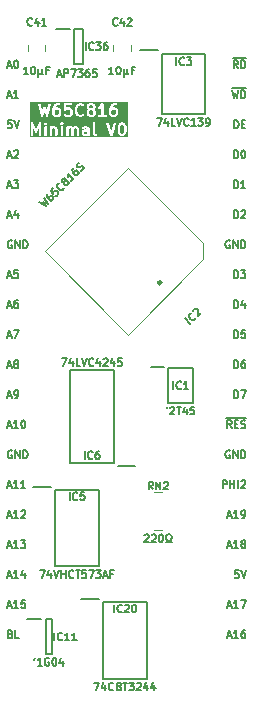
<source format=gto>
%TF.GenerationSoftware,KiCad,Pcbnew,9.0.2*%
%TF.CreationDate,2025-06-16T14:19:02+02:00*%
%TF.ProjectId,W65C816 Minimal,57363543-3831-4362-904d-696e696d616c,V0*%
%TF.SameCoordinates,Original*%
%TF.FileFunction,Legend,Top*%
%TF.FilePolarity,Positive*%
%FSLAX46Y46*%
G04 Gerber Fmt 4.6, Leading zero omitted, Abs format (unit mm)*
G04 Created by KiCad (PCBNEW 9.0.2) date 2025-06-16 14:19:02*
%MOMM*%
%LPD*%
G01*
G04 APERTURE LIST*
%ADD10C,0.150000*%
%ADD11C,0.200000*%
%ADD12C,0.120000*%
%ADD13C,0.100000*%
%ADD14C,0.260000*%
G04 APERTURE END LIST*
D10*
X1362636Y-12804534D02*
X1665017Y-12804534D01*
X1302160Y-12985963D02*
X1513826Y-12350963D01*
X1513826Y-12350963D02*
X1725493Y-12985963D01*
X2209303Y-12562629D02*
X2209303Y-12985963D01*
X2058112Y-12320725D02*
X1906922Y-12774296D01*
X1906922Y-12774296D02*
X2300017Y-12774296D01*
X1362636Y-25504534D02*
X1665017Y-25504534D01*
X1302160Y-25685963D02*
X1513826Y-25050963D01*
X1513826Y-25050963D02*
X1725493Y-25685963D01*
X2027874Y-25323105D02*
X1967398Y-25292867D01*
X1967398Y-25292867D02*
X1937160Y-25262629D01*
X1937160Y-25262629D02*
X1906922Y-25202153D01*
X1906922Y-25202153D02*
X1906922Y-25171915D01*
X1906922Y-25171915D02*
X1937160Y-25111439D01*
X1937160Y-25111439D02*
X1967398Y-25081201D01*
X1967398Y-25081201D02*
X2027874Y-25050963D01*
X2027874Y-25050963D02*
X2148827Y-25050963D01*
X2148827Y-25050963D02*
X2209303Y-25081201D01*
X2209303Y-25081201D02*
X2239541Y-25111439D01*
X2239541Y-25111439D02*
X2269779Y-25171915D01*
X2269779Y-25171915D02*
X2269779Y-25202153D01*
X2269779Y-25202153D02*
X2239541Y-25262629D01*
X2239541Y-25262629D02*
X2209303Y-25292867D01*
X2209303Y-25292867D02*
X2148827Y-25323105D01*
X2148827Y-25323105D02*
X2027874Y-25323105D01*
X2027874Y-25323105D02*
X1967398Y-25353344D01*
X1967398Y-25353344D02*
X1937160Y-25383582D01*
X1937160Y-25383582D02*
X1906922Y-25444058D01*
X1906922Y-25444058D02*
X1906922Y-25565010D01*
X1906922Y-25565010D02*
X1937160Y-25625486D01*
X1937160Y-25625486D02*
X1967398Y-25655725D01*
X1967398Y-25655725D02*
X2027874Y-25685963D01*
X2027874Y-25685963D02*
X2148827Y-25685963D01*
X2148827Y-25685963D02*
X2209303Y-25655725D01*
X2209303Y-25655725D02*
X2239541Y-25625486D01*
X2239541Y-25625486D02*
X2269779Y-25565010D01*
X2269779Y-25565010D02*
X2269779Y-25444058D01*
X2269779Y-25444058D02*
X2239541Y-25383582D01*
X2239541Y-25383582D02*
X2209303Y-25353344D01*
X2209303Y-25353344D02*
X2148827Y-25323105D01*
X20559982Y-5365963D02*
X20559982Y-4730963D01*
X20559982Y-4730963D02*
X20711172Y-4730963D01*
X20711172Y-4730963D02*
X20801887Y-4761201D01*
X20801887Y-4761201D02*
X20862363Y-4821677D01*
X20862363Y-4821677D02*
X20892601Y-4882153D01*
X20892601Y-4882153D02*
X20922839Y-5003105D01*
X20922839Y-5003105D02*
X20922839Y-5093820D01*
X20922839Y-5093820D02*
X20892601Y-5214772D01*
X20892601Y-5214772D02*
X20862363Y-5275248D01*
X20862363Y-5275248D02*
X20801887Y-5335725D01*
X20801887Y-5335725D02*
X20711172Y-5365963D01*
X20711172Y-5365963D02*
X20559982Y-5365963D01*
X21194982Y-5033344D02*
X21406649Y-5033344D01*
X21497363Y-5365963D02*
X21194982Y-5365963D01*
X21194982Y-5365963D02*
X21194982Y-4730963D01*
X21194982Y-4730963D02*
X21497363Y-4730963D01*
X1362636Y-20424534D02*
X1665017Y-20424534D01*
X1302160Y-20605963D02*
X1513826Y-19970963D01*
X1513826Y-19970963D02*
X1725493Y-20605963D01*
X2209303Y-19970963D02*
X2088350Y-19970963D01*
X2088350Y-19970963D02*
X2027874Y-20001201D01*
X2027874Y-20001201D02*
X1997636Y-20031439D01*
X1997636Y-20031439D02*
X1937160Y-20122153D01*
X1937160Y-20122153D02*
X1906922Y-20243105D01*
X1906922Y-20243105D02*
X1906922Y-20485010D01*
X1906922Y-20485010D02*
X1937160Y-20545486D01*
X1937160Y-20545486D02*
X1967398Y-20575725D01*
X1967398Y-20575725D02*
X2027874Y-20605963D01*
X2027874Y-20605963D02*
X2148827Y-20605963D01*
X2148827Y-20605963D02*
X2209303Y-20575725D01*
X2209303Y-20575725D02*
X2239541Y-20545486D01*
X2239541Y-20545486D02*
X2269779Y-20485010D01*
X2269779Y-20485010D02*
X2269779Y-20333820D01*
X2269779Y-20333820D02*
X2239541Y-20273344D01*
X2239541Y-20273344D02*
X2209303Y-20243105D01*
X2209303Y-20243105D02*
X2148827Y-20212867D01*
X2148827Y-20212867D02*
X2027874Y-20212867D01*
X2027874Y-20212867D02*
X1967398Y-20243105D01*
X1967398Y-20243105D02*
X1937160Y-20273344D01*
X1937160Y-20273344D02*
X1906922Y-20333820D01*
X1604541Y-48213344D02*
X1695255Y-48243582D01*
X1695255Y-48243582D02*
X1725493Y-48273820D01*
X1725493Y-48273820D02*
X1755731Y-48334296D01*
X1755731Y-48334296D02*
X1755731Y-48425010D01*
X1755731Y-48425010D02*
X1725493Y-48485486D01*
X1725493Y-48485486D02*
X1695255Y-48515725D01*
X1695255Y-48515725D02*
X1634779Y-48545963D01*
X1634779Y-48545963D02*
X1392874Y-48545963D01*
X1392874Y-48545963D02*
X1392874Y-47910963D01*
X1392874Y-47910963D02*
X1604541Y-47910963D01*
X1604541Y-47910963D02*
X1665017Y-47941201D01*
X1665017Y-47941201D02*
X1695255Y-47971439D01*
X1695255Y-47971439D02*
X1725493Y-48031915D01*
X1725493Y-48031915D02*
X1725493Y-48092391D01*
X1725493Y-48092391D02*
X1695255Y-48152867D01*
X1695255Y-48152867D02*
X1665017Y-48183105D01*
X1665017Y-48183105D02*
X1604541Y-48213344D01*
X1604541Y-48213344D02*
X1392874Y-48213344D01*
X2330255Y-48545963D02*
X2027874Y-48545963D01*
X2027874Y-48545963D02*
X2027874Y-47910963D01*
X20529744Y-20605963D02*
X20529744Y-19970963D01*
X20529744Y-19970963D02*
X20680934Y-19970963D01*
X20680934Y-19970963D02*
X20771649Y-20001201D01*
X20771649Y-20001201D02*
X20832125Y-20061677D01*
X20832125Y-20061677D02*
X20862363Y-20122153D01*
X20862363Y-20122153D02*
X20892601Y-20243105D01*
X20892601Y-20243105D02*
X20892601Y-20333820D01*
X20892601Y-20333820D02*
X20862363Y-20454772D01*
X20862363Y-20454772D02*
X20832125Y-20515248D01*
X20832125Y-20515248D02*
X20771649Y-20575725D01*
X20771649Y-20575725D02*
X20680934Y-20605963D01*
X20680934Y-20605963D02*
X20529744Y-20605963D01*
X21436887Y-20182629D02*
X21436887Y-20605963D01*
X21285696Y-19940725D02*
X21134506Y-20394296D01*
X21134506Y-20394296D02*
X21527601Y-20394296D01*
X1362636Y-104534D02*
X1665017Y-104534D01*
X1302160Y-285963D02*
X1513826Y349036D01*
X1513826Y349036D02*
X1725493Y-285963D01*
X2058112Y349036D02*
X2118589Y349036D01*
X2118589Y349036D02*
X2179065Y318798D01*
X2179065Y318798D02*
X2209303Y288560D01*
X2209303Y288560D02*
X2239541Y228084D01*
X2239541Y228084D02*
X2269779Y107132D01*
X2269779Y107132D02*
X2269779Y-44058D01*
X2269779Y-44058D02*
X2239541Y-165010D01*
X2239541Y-165010D02*
X2209303Y-225486D01*
X2209303Y-225486D02*
X2179065Y-255725D01*
X2179065Y-255725D02*
X2118589Y-285963D01*
X2118589Y-285963D02*
X2058112Y-285963D01*
X2058112Y-285963D02*
X1997636Y-255725D01*
X1997636Y-255725D02*
X1967398Y-225486D01*
X1967398Y-225486D02*
X1937160Y-165010D01*
X1937160Y-165010D02*
X1906922Y-44058D01*
X1906922Y-44058D02*
X1906922Y107132D01*
X1906922Y107132D02*
X1937160Y228084D01*
X1937160Y228084D02*
X1967398Y288560D01*
X1967398Y288560D02*
X1997636Y318798D01*
X1997636Y318798D02*
X2058112Y349036D01*
X1362636Y-35664534D02*
X1665017Y-35664534D01*
X1302160Y-35845963D02*
X1513826Y-35210963D01*
X1513826Y-35210963D02*
X1725493Y-35845963D01*
X2269779Y-35845963D02*
X1906922Y-35845963D01*
X2088350Y-35845963D02*
X2088350Y-35210963D01*
X2088350Y-35210963D02*
X2027874Y-35301677D01*
X2027874Y-35301677D02*
X1967398Y-35362153D01*
X1967398Y-35362153D02*
X1906922Y-35392391D01*
X2874541Y-35845963D02*
X2511684Y-35845963D01*
X2693112Y-35845963D02*
X2693112Y-35210963D01*
X2693112Y-35210963D02*
X2632636Y-35301677D01*
X2632636Y-35301677D02*
X2572160Y-35362153D01*
X2572160Y-35362153D02*
X2511684Y-35392391D01*
X1725493Y-32701201D02*
X1665017Y-32670963D01*
X1665017Y-32670963D02*
X1574303Y-32670963D01*
X1574303Y-32670963D02*
X1483588Y-32701201D01*
X1483588Y-32701201D02*
X1423112Y-32761677D01*
X1423112Y-32761677D02*
X1392874Y-32822153D01*
X1392874Y-32822153D02*
X1362636Y-32943105D01*
X1362636Y-32943105D02*
X1362636Y-33033820D01*
X1362636Y-33033820D02*
X1392874Y-33154772D01*
X1392874Y-33154772D02*
X1423112Y-33215248D01*
X1423112Y-33215248D02*
X1483588Y-33275725D01*
X1483588Y-33275725D02*
X1574303Y-33305963D01*
X1574303Y-33305963D02*
X1634779Y-33305963D01*
X1634779Y-33305963D02*
X1725493Y-33275725D01*
X1725493Y-33275725D02*
X1755731Y-33245486D01*
X1755731Y-33245486D02*
X1755731Y-33033820D01*
X1755731Y-33033820D02*
X1634779Y-33033820D01*
X2027874Y-33305963D02*
X2027874Y-32670963D01*
X2027874Y-32670963D02*
X2390731Y-33305963D01*
X2390731Y-33305963D02*
X2390731Y-32670963D01*
X2693112Y-33305963D02*
X2693112Y-32670963D01*
X2693112Y-32670963D02*
X2844302Y-32670963D01*
X2844302Y-32670963D02*
X2935017Y-32701201D01*
X2935017Y-32701201D02*
X2995493Y-32761677D01*
X2995493Y-32761677D02*
X3025731Y-32822153D01*
X3025731Y-32822153D02*
X3055969Y-32943105D01*
X3055969Y-32943105D02*
X3055969Y-33033820D01*
X3055969Y-33033820D02*
X3025731Y-33154772D01*
X3025731Y-33154772D02*
X2995493Y-33215248D01*
X2995493Y-33215248D02*
X2935017Y-33275725D01*
X2935017Y-33275725D02*
X2844302Y-33305963D01*
X2844302Y-33305963D02*
X2693112Y-33305963D01*
X1695255Y-4730963D02*
X1392874Y-4730963D01*
X1392874Y-4730963D02*
X1362636Y-5033344D01*
X1362636Y-5033344D02*
X1392874Y-5003105D01*
X1392874Y-5003105D02*
X1453350Y-4972867D01*
X1453350Y-4972867D02*
X1604541Y-4972867D01*
X1604541Y-4972867D02*
X1665017Y-5003105D01*
X1665017Y-5003105D02*
X1695255Y-5033344D01*
X1695255Y-5033344D02*
X1725493Y-5093820D01*
X1725493Y-5093820D02*
X1725493Y-5245010D01*
X1725493Y-5245010D02*
X1695255Y-5305486D01*
X1695255Y-5305486D02*
X1665017Y-5335725D01*
X1665017Y-5335725D02*
X1604541Y-5365963D01*
X1604541Y-5365963D02*
X1453350Y-5365963D01*
X1453350Y-5365963D02*
X1392874Y-5335725D01*
X1392874Y-5335725D02*
X1362636Y-5305486D01*
X1906922Y-4730963D02*
X2118588Y-5365963D01*
X2118588Y-5365963D02*
X2330255Y-4730963D01*
X1362636Y-7724534D02*
X1665017Y-7724534D01*
X1302160Y-7905963D02*
X1513826Y-7270963D01*
X1513826Y-7270963D02*
X1725493Y-7905963D01*
X1906922Y-7331439D02*
X1937160Y-7301201D01*
X1937160Y-7301201D02*
X1997636Y-7270963D01*
X1997636Y-7270963D02*
X2148827Y-7270963D01*
X2148827Y-7270963D02*
X2209303Y-7301201D01*
X2209303Y-7301201D02*
X2239541Y-7331439D01*
X2239541Y-7331439D02*
X2269779Y-7391915D01*
X2269779Y-7391915D02*
X2269779Y-7452391D01*
X2269779Y-7452391D02*
X2239541Y-7543105D01*
X2239541Y-7543105D02*
X1876684Y-7905963D01*
X1876684Y-7905963D02*
X2269779Y-7905963D01*
X19985458Y-45824534D02*
X20287839Y-45824534D01*
X19924982Y-46005963D02*
X20136648Y-45370963D01*
X20136648Y-45370963D02*
X20348315Y-46005963D01*
X20892601Y-46005963D02*
X20529744Y-46005963D01*
X20711172Y-46005963D02*
X20711172Y-45370963D01*
X20711172Y-45370963D02*
X20650696Y-45461677D01*
X20650696Y-45461677D02*
X20590220Y-45522153D01*
X20590220Y-45522153D02*
X20529744Y-45552391D01*
X21104268Y-45370963D02*
X21527601Y-45370963D01*
X21527601Y-45370963D02*
X21255458Y-46005963D01*
X20529744Y-25685963D02*
X20529744Y-25050963D01*
X20529744Y-25050963D02*
X20680934Y-25050963D01*
X20680934Y-25050963D02*
X20771649Y-25081201D01*
X20771649Y-25081201D02*
X20832125Y-25141677D01*
X20832125Y-25141677D02*
X20862363Y-25202153D01*
X20862363Y-25202153D02*
X20892601Y-25323105D01*
X20892601Y-25323105D02*
X20892601Y-25413820D01*
X20892601Y-25413820D02*
X20862363Y-25534772D01*
X20862363Y-25534772D02*
X20832125Y-25595248D01*
X20832125Y-25595248D02*
X20771649Y-25655725D01*
X20771649Y-25655725D02*
X20680934Y-25685963D01*
X20680934Y-25685963D02*
X20529744Y-25685963D01*
X21436887Y-25050963D02*
X21315934Y-25050963D01*
X21315934Y-25050963D02*
X21255458Y-25081201D01*
X21255458Y-25081201D02*
X21225220Y-25111439D01*
X21225220Y-25111439D02*
X21164744Y-25202153D01*
X21164744Y-25202153D02*
X21134506Y-25323105D01*
X21134506Y-25323105D02*
X21134506Y-25565010D01*
X21134506Y-25565010D02*
X21164744Y-25625486D01*
X21164744Y-25625486D02*
X21194982Y-25655725D01*
X21194982Y-25655725D02*
X21255458Y-25685963D01*
X21255458Y-25685963D02*
X21376411Y-25685963D01*
X21376411Y-25685963D02*
X21436887Y-25655725D01*
X21436887Y-25655725D02*
X21467125Y-25625486D01*
X21467125Y-25625486D02*
X21497363Y-25565010D01*
X21497363Y-25565010D02*
X21497363Y-25413820D01*
X21497363Y-25413820D02*
X21467125Y-25353344D01*
X21467125Y-25353344D02*
X21436887Y-25323105D01*
X21436887Y-25323105D02*
X21376411Y-25292867D01*
X21376411Y-25292867D02*
X21255458Y-25292867D01*
X21255458Y-25292867D02*
X21194982Y-25323105D01*
X21194982Y-25323105D02*
X21164744Y-25353344D01*
X21164744Y-25353344D02*
X21134506Y-25413820D01*
X19985458Y-40744534D02*
X20287839Y-40744534D01*
X19924982Y-40925963D02*
X20136648Y-40290963D01*
X20136648Y-40290963D02*
X20348315Y-40925963D01*
X20892601Y-40925963D02*
X20529744Y-40925963D01*
X20711172Y-40925963D02*
X20711172Y-40290963D01*
X20711172Y-40290963D02*
X20650696Y-40381677D01*
X20650696Y-40381677D02*
X20590220Y-40442153D01*
X20590220Y-40442153D02*
X20529744Y-40472391D01*
X21255458Y-40563105D02*
X21194982Y-40532867D01*
X21194982Y-40532867D02*
X21164744Y-40502629D01*
X21164744Y-40502629D02*
X21134506Y-40442153D01*
X21134506Y-40442153D02*
X21134506Y-40411915D01*
X21134506Y-40411915D02*
X21164744Y-40351439D01*
X21164744Y-40351439D02*
X21194982Y-40321201D01*
X21194982Y-40321201D02*
X21255458Y-40290963D01*
X21255458Y-40290963D02*
X21376411Y-40290963D01*
X21376411Y-40290963D02*
X21436887Y-40321201D01*
X21436887Y-40321201D02*
X21467125Y-40351439D01*
X21467125Y-40351439D02*
X21497363Y-40411915D01*
X21497363Y-40411915D02*
X21497363Y-40442153D01*
X21497363Y-40442153D02*
X21467125Y-40502629D01*
X21467125Y-40502629D02*
X21436887Y-40532867D01*
X21436887Y-40532867D02*
X21376411Y-40563105D01*
X21376411Y-40563105D02*
X21255458Y-40563105D01*
X21255458Y-40563105D02*
X21194982Y-40593344D01*
X21194982Y-40593344D02*
X21164744Y-40623582D01*
X21164744Y-40623582D02*
X21134506Y-40684058D01*
X21134506Y-40684058D02*
X21134506Y-40805010D01*
X21134506Y-40805010D02*
X21164744Y-40865486D01*
X21164744Y-40865486D02*
X21194982Y-40895725D01*
X21194982Y-40895725D02*
X21255458Y-40925963D01*
X21255458Y-40925963D02*
X21376411Y-40925963D01*
X21376411Y-40925963D02*
X21436887Y-40895725D01*
X21436887Y-40895725D02*
X21467125Y-40865486D01*
X21467125Y-40865486D02*
X21497363Y-40805010D01*
X21497363Y-40805010D02*
X21497363Y-40684058D01*
X21497363Y-40684058D02*
X21467125Y-40623582D01*
X21467125Y-40623582D02*
X21436887Y-40593344D01*
X21436887Y-40593344D02*
X21376411Y-40563105D01*
X20922839Y-42830963D02*
X20620458Y-42830963D01*
X20620458Y-42830963D02*
X20590220Y-43133344D01*
X20590220Y-43133344D02*
X20620458Y-43103105D01*
X20620458Y-43103105D02*
X20680934Y-43072867D01*
X20680934Y-43072867D02*
X20832125Y-43072867D01*
X20832125Y-43072867D02*
X20892601Y-43103105D01*
X20892601Y-43103105D02*
X20922839Y-43133344D01*
X20922839Y-43133344D02*
X20953077Y-43193820D01*
X20953077Y-43193820D02*
X20953077Y-43345010D01*
X20953077Y-43345010D02*
X20922839Y-43405486D01*
X20922839Y-43405486D02*
X20892601Y-43435725D01*
X20892601Y-43435725D02*
X20832125Y-43465963D01*
X20832125Y-43465963D02*
X20680934Y-43465963D01*
X20680934Y-43465963D02*
X20620458Y-43435725D01*
X20620458Y-43435725D02*
X20590220Y-43405486D01*
X21134506Y-42830963D02*
X21346172Y-43465963D01*
X21346172Y-43465963D02*
X21557839Y-42830963D01*
X20862363Y-285963D02*
X20650696Y16417D01*
X20499506Y-285963D02*
X20499506Y349036D01*
X20499506Y349036D02*
X20741411Y349036D01*
X20741411Y349036D02*
X20801887Y318798D01*
X20801887Y318798D02*
X20832125Y288560D01*
X20832125Y288560D02*
X20862363Y228084D01*
X20862363Y228084D02*
X20862363Y137370D01*
X20862363Y137370D02*
X20832125Y76894D01*
X20832125Y76894D02*
X20801887Y46655D01*
X20801887Y46655D02*
X20741411Y16417D01*
X20741411Y16417D02*
X20499506Y16417D01*
X21134506Y-285963D02*
X21134506Y349036D01*
X21134506Y349036D02*
X21285696Y349036D01*
X21285696Y349036D02*
X21376411Y318798D01*
X21376411Y318798D02*
X21436887Y258322D01*
X21436887Y258322D02*
X21467125Y197846D01*
X21467125Y197846D02*
X21497363Y76894D01*
X21497363Y76894D02*
X21497363Y-13820D01*
X21497363Y-13820D02*
X21467125Y-134772D01*
X21467125Y-134772D02*
X21436887Y-195248D01*
X21436887Y-195248D02*
X21376411Y-255725D01*
X21376411Y-255725D02*
X21285696Y-285963D01*
X21285696Y-285963D02*
X21134506Y-285963D01*
X20411816Y525325D02*
X21554816Y525325D01*
X20348316Y-2190963D02*
X20499506Y-2825963D01*
X20499506Y-2825963D02*
X20620459Y-2372391D01*
X20620459Y-2372391D02*
X20741411Y-2825963D01*
X20741411Y-2825963D02*
X20892602Y-2190963D01*
X21134506Y-2825963D02*
X21134506Y-2190963D01*
X21134506Y-2190963D02*
X21285696Y-2190963D01*
X21285696Y-2190963D02*
X21376411Y-2221201D01*
X21376411Y-2221201D02*
X21436887Y-2281677D01*
X21436887Y-2281677D02*
X21467125Y-2342153D01*
X21467125Y-2342153D02*
X21497363Y-2463105D01*
X21497363Y-2463105D02*
X21497363Y-2553820D01*
X21497363Y-2553820D02*
X21467125Y-2674772D01*
X21467125Y-2674772D02*
X21436887Y-2735248D01*
X21436887Y-2735248D02*
X21376411Y-2795725D01*
X21376411Y-2795725D02*
X21285696Y-2825963D01*
X21285696Y-2825963D02*
X21134506Y-2825963D01*
X20321102Y-2014675D02*
X21554816Y-2014675D01*
X20166887Y-32701201D02*
X20106411Y-32670963D01*
X20106411Y-32670963D02*
X20015697Y-32670963D01*
X20015697Y-32670963D02*
X19924982Y-32701201D01*
X19924982Y-32701201D02*
X19864506Y-32761677D01*
X19864506Y-32761677D02*
X19834268Y-32822153D01*
X19834268Y-32822153D02*
X19804030Y-32943105D01*
X19804030Y-32943105D02*
X19804030Y-33033820D01*
X19804030Y-33033820D02*
X19834268Y-33154772D01*
X19834268Y-33154772D02*
X19864506Y-33215248D01*
X19864506Y-33215248D02*
X19924982Y-33275725D01*
X19924982Y-33275725D02*
X20015697Y-33305963D01*
X20015697Y-33305963D02*
X20076173Y-33305963D01*
X20076173Y-33305963D02*
X20166887Y-33275725D01*
X20166887Y-33275725D02*
X20197125Y-33245486D01*
X20197125Y-33245486D02*
X20197125Y-33033820D01*
X20197125Y-33033820D02*
X20076173Y-33033820D01*
X20469268Y-33305963D02*
X20469268Y-32670963D01*
X20469268Y-32670963D02*
X20832125Y-33305963D01*
X20832125Y-33305963D02*
X20832125Y-32670963D01*
X21134506Y-33305963D02*
X21134506Y-32670963D01*
X21134506Y-32670963D02*
X21285696Y-32670963D01*
X21285696Y-32670963D02*
X21376411Y-32701201D01*
X21376411Y-32701201D02*
X21436887Y-32761677D01*
X21436887Y-32761677D02*
X21467125Y-32822153D01*
X21467125Y-32822153D02*
X21497363Y-32943105D01*
X21497363Y-32943105D02*
X21497363Y-33033820D01*
X21497363Y-33033820D02*
X21467125Y-33154772D01*
X21467125Y-33154772D02*
X21436887Y-33215248D01*
X21436887Y-33215248D02*
X21376411Y-33275725D01*
X21376411Y-33275725D02*
X21285696Y-33305963D01*
X21285696Y-33305963D02*
X21134506Y-33305963D01*
X19562125Y-35845963D02*
X19562125Y-35210963D01*
X19562125Y-35210963D02*
X19804030Y-35210963D01*
X19804030Y-35210963D02*
X19864506Y-35241201D01*
X19864506Y-35241201D02*
X19894744Y-35271439D01*
X19894744Y-35271439D02*
X19924982Y-35331915D01*
X19924982Y-35331915D02*
X19924982Y-35422629D01*
X19924982Y-35422629D02*
X19894744Y-35483105D01*
X19894744Y-35483105D02*
X19864506Y-35513344D01*
X19864506Y-35513344D02*
X19804030Y-35543582D01*
X19804030Y-35543582D02*
X19562125Y-35543582D01*
X20197125Y-35845963D02*
X20197125Y-35210963D01*
X20197125Y-35513344D02*
X20559982Y-35513344D01*
X20559982Y-35845963D02*
X20559982Y-35210963D01*
X20862363Y-35845963D02*
X20862363Y-35210963D01*
X21134506Y-35271439D02*
X21164744Y-35241201D01*
X21164744Y-35241201D02*
X21225220Y-35210963D01*
X21225220Y-35210963D02*
X21376411Y-35210963D01*
X21376411Y-35210963D02*
X21436887Y-35241201D01*
X21436887Y-35241201D02*
X21467125Y-35271439D01*
X21467125Y-35271439D02*
X21497363Y-35331915D01*
X21497363Y-35331915D02*
X21497363Y-35392391D01*
X21497363Y-35392391D02*
X21467125Y-35483105D01*
X21467125Y-35483105D02*
X21104268Y-35845963D01*
X21104268Y-35845963D02*
X21497363Y-35845963D01*
X1362636Y-38204534D02*
X1665017Y-38204534D01*
X1302160Y-38385963D02*
X1513826Y-37750963D01*
X1513826Y-37750963D02*
X1725493Y-38385963D01*
X2269779Y-38385963D02*
X1906922Y-38385963D01*
X2088350Y-38385963D02*
X2088350Y-37750963D01*
X2088350Y-37750963D02*
X2027874Y-37841677D01*
X2027874Y-37841677D02*
X1967398Y-37902153D01*
X1967398Y-37902153D02*
X1906922Y-37932391D01*
X2511684Y-37811439D02*
X2541922Y-37781201D01*
X2541922Y-37781201D02*
X2602398Y-37750963D01*
X2602398Y-37750963D02*
X2753589Y-37750963D01*
X2753589Y-37750963D02*
X2814065Y-37781201D01*
X2814065Y-37781201D02*
X2844303Y-37811439D01*
X2844303Y-37811439D02*
X2874541Y-37871915D01*
X2874541Y-37871915D02*
X2874541Y-37932391D01*
X2874541Y-37932391D02*
X2844303Y-38023105D01*
X2844303Y-38023105D02*
X2481446Y-38385963D01*
X2481446Y-38385963D02*
X2874541Y-38385963D01*
X20529744Y-7905963D02*
X20529744Y-7270963D01*
X20529744Y-7270963D02*
X20680934Y-7270963D01*
X20680934Y-7270963D02*
X20771649Y-7301201D01*
X20771649Y-7301201D02*
X20832125Y-7361677D01*
X20832125Y-7361677D02*
X20862363Y-7422153D01*
X20862363Y-7422153D02*
X20892601Y-7543105D01*
X20892601Y-7543105D02*
X20892601Y-7633820D01*
X20892601Y-7633820D02*
X20862363Y-7754772D01*
X20862363Y-7754772D02*
X20832125Y-7815248D01*
X20832125Y-7815248D02*
X20771649Y-7875725D01*
X20771649Y-7875725D02*
X20680934Y-7905963D01*
X20680934Y-7905963D02*
X20529744Y-7905963D01*
X21285696Y-7270963D02*
X21346173Y-7270963D01*
X21346173Y-7270963D02*
X21406649Y-7301201D01*
X21406649Y-7301201D02*
X21436887Y-7331439D01*
X21436887Y-7331439D02*
X21467125Y-7391915D01*
X21467125Y-7391915D02*
X21497363Y-7512867D01*
X21497363Y-7512867D02*
X21497363Y-7664058D01*
X21497363Y-7664058D02*
X21467125Y-7785010D01*
X21467125Y-7785010D02*
X21436887Y-7845486D01*
X21436887Y-7845486D02*
X21406649Y-7875725D01*
X21406649Y-7875725D02*
X21346173Y-7905963D01*
X21346173Y-7905963D02*
X21285696Y-7905963D01*
X21285696Y-7905963D02*
X21225220Y-7875725D01*
X21225220Y-7875725D02*
X21194982Y-7845486D01*
X21194982Y-7845486D02*
X21164744Y-7785010D01*
X21164744Y-7785010D02*
X21134506Y-7664058D01*
X21134506Y-7664058D02*
X21134506Y-7512867D01*
X21134506Y-7512867D02*
X21164744Y-7391915D01*
X21164744Y-7391915D02*
X21194982Y-7331439D01*
X21194982Y-7331439D02*
X21225220Y-7301201D01*
X21225220Y-7301201D02*
X21285696Y-7270963D01*
X1362636Y-22964534D02*
X1665017Y-22964534D01*
X1302160Y-23145963D02*
X1513826Y-22510963D01*
X1513826Y-22510963D02*
X1725493Y-23145963D01*
X1876684Y-22510963D02*
X2300017Y-22510963D01*
X2300017Y-22510963D02*
X2027874Y-23145963D01*
X19985458Y-38204534D02*
X20287839Y-38204534D01*
X19924982Y-38385963D02*
X20136648Y-37750963D01*
X20136648Y-37750963D02*
X20348315Y-38385963D01*
X20892601Y-38385963D02*
X20529744Y-38385963D01*
X20711172Y-38385963D02*
X20711172Y-37750963D01*
X20711172Y-37750963D02*
X20650696Y-37841677D01*
X20650696Y-37841677D02*
X20590220Y-37902153D01*
X20590220Y-37902153D02*
X20529744Y-37932391D01*
X21194982Y-38385963D02*
X21315934Y-38385963D01*
X21315934Y-38385963D02*
X21376411Y-38355725D01*
X21376411Y-38355725D02*
X21406649Y-38325486D01*
X21406649Y-38325486D02*
X21467125Y-38234772D01*
X21467125Y-38234772D02*
X21497363Y-38113820D01*
X21497363Y-38113820D02*
X21497363Y-37871915D01*
X21497363Y-37871915D02*
X21467125Y-37811439D01*
X21467125Y-37811439D02*
X21436887Y-37781201D01*
X21436887Y-37781201D02*
X21376411Y-37750963D01*
X21376411Y-37750963D02*
X21255458Y-37750963D01*
X21255458Y-37750963D02*
X21194982Y-37781201D01*
X21194982Y-37781201D02*
X21164744Y-37811439D01*
X21164744Y-37811439D02*
X21134506Y-37871915D01*
X21134506Y-37871915D02*
X21134506Y-38023105D01*
X21134506Y-38023105D02*
X21164744Y-38083582D01*
X21164744Y-38083582D02*
X21194982Y-38113820D01*
X21194982Y-38113820D02*
X21255458Y-38144058D01*
X21255458Y-38144058D02*
X21376411Y-38144058D01*
X21376411Y-38144058D02*
X21436887Y-38113820D01*
X21436887Y-38113820D02*
X21467125Y-38083582D01*
X21467125Y-38083582D02*
X21497363Y-38023105D01*
X20166887Y-14921201D02*
X20106411Y-14890963D01*
X20106411Y-14890963D02*
X20015697Y-14890963D01*
X20015697Y-14890963D02*
X19924982Y-14921201D01*
X19924982Y-14921201D02*
X19864506Y-14981677D01*
X19864506Y-14981677D02*
X19834268Y-15042153D01*
X19834268Y-15042153D02*
X19804030Y-15163105D01*
X19804030Y-15163105D02*
X19804030Y-15253820D01*
X19804030Y-15253820D02*
X19834268Y-15374772D01*
X19834268Y-15374772D02*
X19864506Y-15435248D01*
X19864506Y-15435248D02*
X19924982Y-15495725D01*
X19924982Y-15495725D02*
X20015697Y-15525963D01*
X20015697Y-15525963D02*
X20076173Y-15525963D01*
X20076173Y-15525963D02*
X20166887Y-15495725D01*
X20166887Y-15495725D02*
X20197125Y-15465486D01*
X20197125Y-15465486D02*
X20197125Y-15253820D01*
X20197125Y-15253820D02*
X20076173Y-15253820D01*
X20469268Y-15525963D02*
X20469268Y-14890963D01*
X20469268Y-14890963D02*
X20832125Y-15525963D01*
X20832125Y-15525963D02*
X20832125Y-14890963D01*
X21134506Y-15525963D02*
X21134506Y-14890963D01*
X21134506Y-14890963D02*
X21285696Y-14890963D01*
X21285696Y-14890963D02*
X21376411Y-14921201D01*
X21376411Y-14921201D02*
X21436887Y-14981677D01*
X21436887Y-14981677D02*
X21467125Y-15042153D01*
X21467125Y-15042153D02*
X21497363Y-15163105D01*
X21497363Y-15163105D02*
X21497363Y-15253820D01*
X21497363Y-15253820D02*
X21467125Y-15374772D01*
X21467125Y-15374772D02*
X21436887Y-15435248D01*
X21436887Y-15435248D02*
X21376411Y-15495725D01*
X21376411Y-15495725D02*
X21285696Y-15525963D01*
X21285696Y-15525963D02*
X21134506Y-15525963D01*
X1362636Y-17884534D02*
X1665017Y-17884534D01*
X1302160Y-18065963D02*
X1513826Y-17430963D01*
X1513826Y-17430963D02*
X1725493Y-18065963D01*
X2239541Y-17430963D02*
X1937160Y-17430963D01*
X1937160Y-17430963D02*
X1906922Y-17733344D01*
X1906922Y-17733344D02*
X1937160Y-17703105D01*
X1937160Y-17703105D02*
X1997636Y-17672867D01*
X1997636Y-17672867D02*
X2148827Y-17672867D01*
X2148827Y-17672867D02*
X2209303Y-17703105D01*
X2209303Y-17703105D02*
X2239541Y-17733344D01*
X2239541Y-17733344D02*
X2269779Y-17793820D01*
X2269779Y-17793820D02*
X2269779Y-17945010D01*
X2269779Y-17945010D02*
X2239541Y-18005486D01*
X2239541Y-18005486D02*
X2209303Y-18035725D01*
X2209303Y-18035725D02*
X2148827Y-18065963D01*
X2148827Y-18065963D02*
X1997636Y-18065963D01*
X1997636Y-18065963D02*
X1937160Y-18035725D01*
X1937160Y-18035725D02*
X1906922Y-18005486D01*
X20529744Y-10445963D02*
X20529744Y-9810963D01*
X20529744Y-9810963D02*
X20680934Y-9810963D01*
X20680934Y-9810963D02*
X20771649Y-9841201D01*
X20771649Y-9841201D02*
X20832125Y-9901677D01*
X20832125Y-9901677D02*
X20862363Y-9962153D01*
X20862363Y-9962153D02*
X20892601Y-10083105D01*
X20892601Y-10083105D02*
X20892601Y-10173820D01*
X20892601Y-10173820D02*
X20862363Y-10294772D01*
X20862363Y-10294772D02*
X20832125Y-10355248D01*
X20832125Y-10355248D02*
X20771649Y-10415725D01*
X20771649Y-10415725D02*
X20680934Y-10445963D01*
X20680934Y-10445963D02*
X20529744Y-10445963D01*
X21497363Y-10445963D02*
X21134506Y-10445963D01*
X21315934Y-10445963D02*
X21315934Y-9810963D01*
X21315934Y-9810963D02*
X21255458Y-9901677D01*
X21255458Y-9901677D02*
X21194982Y-9962153D01*
X21194982Y-9962153D02*
X21134506Y-9992391D01*
X1362636Y-28044534D02*
X1665017Y-28044534D01*
X1302160Y-28225963D02*
X1513826Y-27590963D01*
X1513826Y-27590963D02*
X1725493Y-28225963D01*
X1967398Y-28225963D02*
X2088350Y-28225963D01*
X2088350Y-28225963D02*
X2148827Y-28195725D01*
X2148827Y-28195725D02*
X2179065Y-28165486D01*
X2179065Y-28165486D02*
X2239541Y-28074772D01*
X2239541Y-28074772D02*
X2269779Y-27953820D01*
X2269779Y-27953820D02*
X2269779Y-27711915D01*
X2269779Y-27711915D02*
X2239541Y-27651439D01*
X2239541Y-27651439D02*
X2209303Y-27621201D01*
X2209303Y-27621201D02*
X2148827Y-27590963D01*
X2148827Y-27590963D02*
X2027874Y-27590963D01*
X2027874Y-27590963D02*
X1967398Y-27621201D01*
X1967398Y-27621201D02*
X1937160Y-27651439D01*
X1937160Y-27651439D02*
X1906922Y-27711915D01*
X1906922Y-27711915D02*
X1906922Y-27863105D01*
X1906922Y-27863105D02*
X1937160Y-27923582D01*
X1937160Y-27923582D02*
X1967398Y-27953820D01*
X1967398Y-27953820D02*
X2027874Y-27984058D01*
X2027874Y-27984058D02*
X2148827Y-27984058D01*
X2148827Y-27984058D02*
X2209303Y-27953820D01*
X2209303Y-27953820D02*
X2239541Y-27923582D01*
X2239541Y-27923582D02*
X2269779Y-27863105D01*
X1725493Y-14921201D02*
X1665017Y-14890963D01*
X1665017Y-14890963D02*
X1574303Y-14890963D01*
X1574303Y-14890963D02*
X1483588Y-14921201D01*
X1483588Y-14921201D02*
X1423112Y-14981677D01*
X1423112Y-14981677D02*
X1392874Y-15042153D01*
X1392874Y-15042153D02*
X1362636Y-15163105D01*
X1362636Y-15163105D02*
X1362636Y-15253820D01*
X1362636Y-15253820D02*
X1392874Y-15374772D01*
X1392874Y-15374772D02*
X1423112Y-15435248D01*
X1423112Y-15435248D02*
X1483588Y-15495725D01*
X1483588Y-15495725D02*
X1574303Y-15525963D01*
X1574303Y-15525963D02*
X1634779Y-15525963D01*
X1634779Y-15525963D02*
X1725493Y-15495725D01*
X1725493Y-15495725D02*
X1755731Y-15465486D01*
X1755731Y-15465486D02*
X1755731Y-15253820D01*
X1755731Y-15253820D02*
X1634779Y-15253820D01*
X2027874Y-15525963D02*
X2027874Y-14890963D01*
X2027874Y-14890963D02*
X2390731Y-15525963D01*
X2390731Y-15525963D02*
X2390731Y-14890963D01*
X2693112Y-15525963D02*
X2693112Y-14890963D01*
X2693112Y-14890963D02*
X2844302Y-14890963D01*
X2844302Y-14890963D02*
X2935017Y-14921201D01*
X2935017Y-14921201D02*
X2995493Y-14981677D01*
X2995493Y-14981677D02*
X3025731Y-15042153D01*
X3025731Y-15042153D02*
X3055969Y-15163105D01*
X3055969Y-15163105D02*
X3055969Y-15253820D01*
X3055969Y-15253820D02*
X3025731Y-15374772D01*
X3025731Y-15374772D02*
X2995493Y-15435248D01*
X2995493Y-15435248D02*
X2935017Y-15495725D01*
X2935017Y-15495725D02*
X2844302Y-15525963D01*
X2844302Y-15525963D02*
X2693112Y-15525963D01*
X20529744Y-18065963D02*
X20529744Y-17430963D01*
X20529744Y-17430963D02*
X20680934Y-17430963D01*
X20680934Y-17430963D02*
X20771649Y-17461201D01*
X20771649Y-17461201D02*
X20832125Y-17521677D01*
X20832125Y-17521677D02*
X20862363Y-17582153D01*
X20862363Y-17582153D02*
X20892601Y-17703105D01*
X20892601Y-17703105D02*
X20892601Y-17793820D01*
X20892601Y-17793820D02*
X20862363Y-17914772D01*
X20862363Y-17914772D02*
X20832125Y-17975248D01*
X20832125Y-17975248D02*
X20771649Y-18035725D01*
X20771649Y-18035725D02*
X20680934Y-18065963D01*
X20680934Y-18065963D02*
X20529744Y-18065963D01*
X21104268Y-17430963D02*
X21497363Y-17430963D01*
X21497363Y-17430963D02*
X21285696Y-17672867D01*
X21285696Y-17672867D02*
X21376411Y-17672867D01*
X21376411Y-17672867D02*
X21436887Y-17703105D01*
X21436887Y-17703105D02*
X21467125Y-17733344D01*
X21467125Y-17733344D02*
X21497363Y-17793820D01*
X21497363Y-17793820D02*
X21497363Y-17945010D01*
X21497363Y-17945010D02*
X21467125Y-18005486D01*
X21467125Y-18005486D02*
X21436887Y-18035725D01*
X21436887Y-18035725D02*
X21376411Y-18065963D01*
X21376411Y-18065963D02*
X21194982Y-18065963D01*
X21194982Y-18065963D02*
X21134506Y-18035725D01*
X21134506Y-18035725D02*
X21104268Y-18005486D01*
X1362636Y-30584534D02*
X1665017Y-30584534D01*
X1302160Y-30765963D02*
X1513826Y-30130963D01*
X1513826Y-30130963D02*
X1725493Y-30765963D01*
X2269779Y-30765963D02*
X1906922Y-30765963D01*
X2088350Y-30765963D02*
X2088350Y-30130963D01*
X2088350Y-30130963D02*
X2027874Y-30221677D01*
X2027874Y-30221677D02*
X1967398Y-30282153D01*
X1967398Y-30282153D02*
X1906922Y-30312391D01*
X2662874Y-30130963D02*
X2723351Y-30130963D01*
X2723351Y-30130963D02*
X2783827Y-30161201D01*
X2783827Y-30161201D02*
X2814065Y-30191439D01*
X2814065Y-30191439D02*
X2844303Y-30251915D01*
X2844303Y-30251915D02*
X2874541Y-30372867D01*
X2874541Y-30372867D02*
X2874541Y-30524058D01*
X2874541Y-30524058D02*
X2844303Y-30645010D01*
X2844303Y-30645010D02*
X2814065Y-30705486D01*
X2814065Y-30705486D02*
X2783827Y-30735725D01*
X2783827Y-30735725D02*
X2723351Y-30765963D01*
X2723351Y-30765963D02*
X2662874Y-30765963D01*
X2662874Y-30765963D02*
X2602398Y-30735725D01*
X2602398Y-30735725D02*
X2572160Y-30705486D01*
X2572160Y-30705486D02*
X2541922Y-30645010D01*
X2541922Y-30645010D02*
X2511684Y-30524058D01*
X2511684Y-30524058D02*
X2511684Y-30372867D01*
X2511684Y-30372867D02*
X2541922Y-30251915D01*
X2541922Y-30251915D02*
X2572160Y-30191439D01*
X2572160Y-30191439D02*
X2602398Y-30161201D01*
X2602398Y-30161201D02*
X2662874Y-30130963D01*
X20529744Y-23145963D02*
X20529744Y-22510963D01*
X20529744Y-22510963D02*
X20680934Y-22510963D01*
X20680934Y-22510963D02*
X20771649Y-22541201D01*
X20771649Y-22541201D02*
X20832125Y-22601677D01*
X20832125Y-22601677D02*
X20862363Y-22662153D01*
X20862363Y-22662153D02*
X20892601Y-22783105D01*
X20892601Y-22783105D02*
X20892601Y-22873820D01*
X20892601Y-22873820D02*
X20862363Y-22994772D01*
X20862363Y-22994772D02*
X20832125Y-23055248D01*
X20832125Y-23055248D02*
X20771649Y-23115725D01*
X20771649Y-23115725D02*
X20680934Y-23145963D01*
X20680934Y-23145963D02*
X20529744Y-23145963D01*
X21467125Y-22510963D02*
X21164744Y-22510963D01*
X21164744Y-22510963D02*
X21134506Y-22813344D01*
X21134506Y-22813344D02*
X21164744Y-22783105D01*
X21164744Y-22783105D02*
X21225220Y-22752867D01*
X21225220Y-22752867D02*
X21376411Y-22752867D01*
X21376411Y-22752867D02*
X21436887Y-22783105D01*
X21436887Y-22783105D02*
X21467125Y-22813344D01*
X21467125Y-22813344D02*
X21497363Y-22873820D01*
X21497363Y-22873820D02*
X21497363Y-23025010D01*
X21497363Y-23025010D02*
X21467125Y-23085486D01*
X21467125Y-23085486D02*
X21436887Y-23115725D01*
X21436887Y-23115725D02*
X21376411Y-23145963D01*
X21376411Y-23145963D02*
X21225220Y-23145963D01*
X21225220Y-23145963D02*
X21164744Y-23115725D01*
X21164744Y-23115725D02*
X21134506Y-23085486D01*
X1362636Y-2644534D02*
X1665017Y-2644534D01*
X1302160Y-2825963D02*
X1513826Y-2190963D01*
X1513826Y-2190963D02*
X1725493Y-2825963D01*
X2269779Y-2825963D02*
X1906922Y-2825963D01*
X2088350Y-2825963D02*
X2088350Y-2190963D01*
X2088350Y-2190963D02*
X2027874Y-2281677D01*
X2027874Y-2281677D02*
X1967398Y-2342153D01*
X1967398Y-2342153D02*
X1906922Y-2372391D01*
X1362636Y-10264534D02*
X1665017Y-10264534D01*
X1302160Y-10445963D02*
X1513826Y-9810963D01*
X1513826Y-9810963D02*
X1725493Y-10445963D01*
X1876684Y-9810963D02*
X2269779Y-9810963D01*
X2269779Y-9810963D02*
X2058112Y-10052867D01*
X2058112Y-10052867D02*
X2148827Y-10052867D01*
X2148827Y-10052867D02*
X2209303Y-10083105D01*
X2209303Y-10083105D02*
X2239541Y-10113344D01*
X2239541Y-10113344D02*
X2269779Y-10173820D01*
X2269779Y-10173820D02*
X2269779Y-10325010D01*
X2269779Y-10325010D02*
X2239541Y-10385486D01*
X2239541Y-10385486D02*
X2209303Y-10415725D01*
X2209303Y-10415725D02*
X2148827Y-10445963D01*
X2148827Y-10445963D02*
X1967398Y-10445963D01*
X1967398Y-10445963D02*
X1906922Y-10415725D01*
X1906922Y-10415725D02*
X1876684Y-10385486D01*
X1362636Y-40744534D02*
X1665017Y-40744534D01*
X1302160Y-40925963D02*
X1513826Y-40290963D01*
X1513826Y-40290963D02*
X1725493Y-40925963D01*
X2269779Y-40925963D02*
X1906922Y-40925963D01*
X2088350Y-40925963D02*
X2088350Y-40290963D01*
X2088350Y-40290963D02*
X2027874Y-40381677D01*
X2027874Y-40381677D02*
X1967398Y-40442153D01*
X1967398Y-40442153D02*
X1906922Y-40472391D01*
X2481446Y-40290963D02*
X2874541Y-40290963D01*
X2874541Y-40290963D02*
X2662874Y-40532867D01*
X2662874Y-40532867D02*
X2753589Y-40532867D01*
X2753589Y-40532867D02*
X2814065Y-40563105D01*
X2814065Y-40563105D02*
X2844303Y-40593344D01*
X2844303Y-40593344D02*
X2874541Y-40653820D01*
X2874541Y-40653820D02*
X2874541Y-40805010D01*
X2874541Y-40805010D02*
X2844303Y-40865486D01*
X2844303Y-40865486D02*
X2814065Y-40895725D01*
X2814065Y-40895725D02*
X2753589Y-40925963D01*
X2753589Y-40925963D02*
X2572160Y-40925963D01*
X2572160Y-40925963D02*
X2511684Y-40895725D01*
X2511684Y-40895725D02*
X2481446Y-40865486D01*
X19985458Y-48364534D02*
X20287839Y-48364534D01*
X19924982Y-48545963D02*
X20136648Y-47910963D01*
X20136648Y-47910963D02*
X20348315Y-48545963D01*
X20892601Y-48545963D02*
X20529744Y-48545963D01*
X20711172Y-48545963D02*
X20711172Y-47910963D01*
X20711172Y-47910963D02*
X20650696Y-48001677D01*
X20650696Y-48001677D02*
X20590220Y-48062153D01*
X20590220Y-48062153D02*
X20529744Y-48092391D01*
X21436887Y-47910963D02*
X21315934Y-47910963D01*
X21315934Y-47910963D02*
X21255458Y-47941201D01*
X21255458Y-47941201D02*
X21225220Y-47971439D01*
X21225220Y-47971439D02*
X21164744Y-48062153D01*
X21164744Y-48062153D02*
X21134506Y-48183105D01*
X21134506Y-48183105D02*
X21134506Y-48425010D01*
X21134506Y-48425010D02*
X21164744Y-48485486D01*
X21164744Y-48485486D02*
X21194982Y-48515725D01*
X21194982Y-48515725D02*
X21255458Y-48545963D01*
X21255458Y-48545963D02*
X21376411Y-48545963D01*
X21376411Y-48545963D02*
X21436887Y-48515725D01*
X21436887Y-48515725D02*
X21467125Y-48485486D01*
X21467125Y-48485486D02*
X21497363Y-48425010D01*
X21497363Y-48425010D02*
X21497363Y-48273820D01*
X21497363Y-48273820D02*
X21467125Y-48213344D01*
X21467125Y-48213344D02*
X21436887Y-48183105D01*
X21436887Y-48183105D02*
X21376411Y-48152867D01*
X21376411Y-48152867D02*
X21255458Y-48152867D01*
X21255458Y-48152867D02*
X21194982Y-48183105D01*
X21194982Y-48183105D02*
X21164744Y-48213344D01*
X21164744Y-48213344D02*
X21134506Y-48273820D01*
X20529744Y-28225963D02*
X20529744Y-27590963D01*
X20529744Y-27590963D02*
X20680934Y-27590963D01*
X20680934Y-27590963D02*
X20771649Y-27621201D01*
X20771649Y-27621201D02*
X20832125Y-27681677D01*
X20832125Y-27681677D02*
X20862363Y-27742153D01*
X20862363Y-27742153D02*
X20892601Y-27863105D01*
X20892601Y-27863105D02*
X20892601Y-27953820D01*
X20892601Y-27953820D02*
X20862363Y-28074772D01*
X20862363Y-28074772D02*
X20832125Y-28135248D01*
X20832125Y-28135248D02*
X20771649Y-28195725D01*
X20771649Y-28195725D02*
X20680934Y-28225963D01*
X20680934Y-28225963D02*
X20529744Y-28225963D01*
X21104268Y-27590963D02*
X21527601Y-27590963D01*
X21527601Y-27590963D02*
X21255458Y-28225963D01*
D11*
G36*
X8099332Y-5853796D02*
G01*
X8080487Y-5863219D01*
X7889606Y-5863219D01*
X7845296Y-5841064D01*
X7823142Y-5796754D01*
X7823142Y-5748730D01*
X7845297Y-5704420D01*
X7889606Y-5682266D01*
X8099332Y-5682266D01*
X8099332Y-5853796D01*
G37*
G36*
X11140097Y-5093024D02*
G01*
X11164766Y-5117692D01*
X11200219Y-5188599D01*
X11242190Y-5356480D01*
X11242190Y-5569956D01*
X11200219Y-5737837D01*
X11164766Y-5808743D01*
X11140097Y-5833413D01*
X11080488Y-5863219D01*
X11032464Y-5863219D01*
X10972854Y-5833414D01*
X10948187Y-5808746D01*
X10912732Y-5737837D01*
X10870762Y-5569956D01*
X10870762Y-5356481D01*
X10912732Y-5188599D01*
X10948186Y-5117692D01*
X10972854Y-5093023D01*
X11032464Y-5063219D01*
X11080488Y-5063219D01*
X11140097Y-5093024D01*
G37*
G36*
X5663906Y-3864032D02*
G01*
X5688575Y-3888700D01*
X5718380Y-3948310D01*
X5718380Y-4139191D01*
X5688575Y-4198799D01*
X5663906Y-4223469D01*
X5604297Y-4253275D01*
X5461035Y-4253275D01*
X5401425Y-4223470D01*
X5376758Y-4198802D01*
X5346952Y-4139190D01*
X5346952Y-3948310D01*
X5376757Y-3888700D01*
X5401425Y-3864031D01*
X5461035Y-3834227D01*
X5604297Y-3834227D01*
X5663906Y-3864032D01*
G37*
G36*
X8568668Y-3911651D02*
G01*
X8593337Y-3936319D01*
X8623142Y-3995929D01*
X8623142Y-4139191D01*
X8593337Y-4198799D01*
X8568668Y-4223469D01*
X8509059Y-4253275D01*
X8365797Y-4253275D01*
X8306187Y-4223470D01*
X8281520Y-4198802D01*
X8251714Y-4139190D01*
X8251714Y-3995929D01*
X8281519Y-3936319D01*
X8306187Y-3911650D01*
X8365797Y-3881846D01*
X8509059Y-3881846D01*
X8568668Y-3911651D01*
G37*
G36*
X8568668Y-3483080D02*
G01*
X8593337Y-3507748D01*
X8623142Y-3567358D01*
X8623142Y-3567763D01*
X8593337Y-3627372D01*
X8568668Y-3652040D01*
X8509059Y-3681846D01*
X8365797Y-3681846D01*
X8306187Y-3652041D01*
X8281519Y-3627372D01*
X8251714Y-3567762D01*
X8251714Y-3567358D01*
X8281519Y-3507748D01*
X8306187Y-3483079D01*
X8365797Y-3453275D01*
X8509059Y-3453275D01*
X8568668Y-3483080D01*
G37*
G36*
X10473430Y-3864032D02*
G01*
X10498099Y-3888700D01*
X10527904Y-3948310D01*
X10527904Y-4139191D01*
X10498099Y-4198799D01*
X10473430Y-4223469D01*
X10413821Y-4253275D01*
X10270559Y-4253275D01*
X10210949Y-4223470D01*
X10186282Y-4198802D01*
X10156476Y-4139190D01*
X10156476Y-3948310D01*
X10186281Y-3888700D01*
X10210949Y-3864031D01*
X10270559Y-3834227D01*
X10413821Y-3834227D01*
X10473430Y-3864032D01*
G37*
G36*
X11553301Y-6174330D02*
G01*
X3226318Y-6174330D01*
X3226318Y-4963219D01*
X3337429Y-4963219D01*
X3337429Y-5963219D01*
X3339350Y-5982728D01*
X3354282Y-6018776D01*
X3381872Y-6046366D01*
X3417920Y-6061298D01*
X3456938Y-6061298D01*
X3492986Y-6046366D01*
X3520576Y-6018776D01*
X3535508Y-5982728D01*
X3537429Y-5963219D01*
X3537429Y-5413975D01*
X3680144Y-5719793D01*
X3684376Y-5726938D01*
X3685256Y-5729356D01*
X3686821Y-5731065D01*
X3690135Y-5736659D01*
X3701345Y-5746925D01*
X3711607Y-5758131D01*
X3715632Y-5760009D01*
X3718910Y-5763011D01*
X3733192Y-5768204D01*
X3746965Y-5774632D01*
X3751404Y-5774827D01*
X3755579Y-5776345D01*
X3770762Y-5775677D01*
X3785945Y-5776345D01*
X3790118Y-5774827D01*
X3794560Y-5774632D01*
X3808344Y-5768199D01*
X3822614Y-5763010D01*
X3825887Y-5760012D01*
X3829917Y-5758132D01*
X3840186Y-5746917D01*
X3851389Y-5736659D01*
X3854700Y-5731068D01*
X3856269Y-5729356D01*
X3857149Y-5726934D01*
X3861380Y-5719793D01*
X4004095Y-5413974D01*
X4004095Y-5963219D01*
X4006016Y-5982728D01*
X4020948Y-6018776D01*
X4048538Y-6046366D01*
X4084586Y-6061298D01*
X4123604Y-6061298D01*
X4159652Y-6046366D01*
X4187242Y-6018776D01*
X4202174Y-5982728D01*
X4204095Y-5963219D01*
X4204095Y-5296552D01*
X4480286Y-5296552D01*
X4480286Y-5963219D01*
X4482207Y-5982728D01*
X4497139Y-6018776D01*
X4524729Y-6046366D01*
X4560777Y-6061298D01*
X4599795Y-6061298D01*
X4635843Y-6046366D01*
X4663433Y-6018776D01*
X4678365Y-5982728D01*
X4680286Y-5963219D01*
X4680286Y-5296552D01*
X4956476Y-5296552D01*
X4956476Y-5963219D01*
X4958397Y-5982728D01*
X4973329Y-6018776D01*
X5000919Y-6046366D01*
X5036967Y-6061298D01*
X5075985Y-6061298D01*
X5112033Y-6046366D01*
X5139623Y-6018776D01*
X5154555Y-5982728D01*
X5156476Y-5963219D01*
X5156476Y-5433211D01*
X5163330Y-5426356D01*
X5222940Y-5396552D01*
X5318583Y-5396552D01*
X5362892Y-5418707D01*
X5385047Y-5463016D01*
X5385047Y-5963219D01*
X5386968Y-5982728D01*
X5401900Y-6018776D01*
X5429490Y-6046366D01*
X5465538Y-6061298D01*
X5504556Y-6061298D01*
X5540604Y-6046366D01*
X5568194Y-6018776D01*
X5583126Y-5982728D01*
X5585047Y-5963219D01*
X5585047Y-5439409D01*
X5583126Y-5419900D01*
X5581750Y-5416579D01*
X5581496Y-5412996D01*
X5574490Y-5394687D01*
X5526871Y-5299450D01*
X5525046Y-5296552D01*
X5861238Y-5296552D01*
X5861238Y-5963219D01*
X5863159Y-5982728D01*
X5878091Y-6018776D01*
X5905681Y-6046366D01*
X5941729Y-6061298D01*
X5980747Y-6061298D01*
X6016795Y-6046366D01*
X6044385Y-6018776D01*
X6059317Y-5982728D01*
X6061238Y-5963219D01*
X6061238Y-5296552D01*
X6337428Y-5296552D01*
X6337428Y-5963219D01*
X6339349Y-5982728D01*
X6354281Y-6018776D01*
X6381871Y-6046366D01*
X6417919Y-6061298D01*
X6456937Y-6061298D01*
X6492985Y-6046366D01*
X6520575Y-6018776D01*
X6535507Y-5982728D01*
X6537428Y-5963219D01*
X6537428Y-5433211D01*
X6544282Y-5426356D01*
X6603892Y-5396552D01*
X6699535Y-5396552D01*
X6743844Y-5418707D01*
X6765999Y-5463016D01*
X6765999Y-5963219D01*
X6767920Y-5982728D01*
X6782852Y-6018776D01*
X6810442Y-6046366D01*
X6846490Y-6061298D01*
X6885508Y-6061298D01*
X6921556Y-6046366D01*
X6949146Y-6018776D01*
X6964078Y-5982728D01*
X6965999Y-5963219D01*
X6965999Y-5463016D01*
X6988154Y-5418706D01*
X7032463Y-5396552D01*
X7128106Y-5396552D01*
X7172416Y-5418706D01*
X7194571Y-5463016D01*
X7194571Y-5963219D01*
X7196492Y-5982728D01*
X7211424Y-6018776D01*
X7239014Y-6046366D01*
X7275062Y-6061298D01*
X7314080Y-6061298D01*
X7350128Y-6046366D01*
X7377718Y-6018776D01*
X7392650Y-5982728D01*
X7394571Y-5963219D01*
X7394571Y-5725123D01*
X7623142Y-5725123D01*
X7623142Y-5820361D01*
X7625063Y-5839870D01*
X7626438Y-5843190D01*
X7626693Y-5846773D01*
X7633699Y-5865082D01*
X7681318Y-5960321D01*
X7683371Y-5963584D01*
X7683885Y-5965123D01*
X7685547Y-5967039D01*
X7691761Y-5976911D01*
X7701232Y-5985125D01*
X7709449Y-5994600D01*
X7719319Y-6000812D01*
X7721237Y-6002476D01*
X7722777Y-6002989D01*
X7726040Y-6005043D01*
X7821277Y-6052662D01*
X7839586Y-6059668D01*
X7843169Y-6059922D01*
X7846490Y-6061298D01*
X7865999Y-6063219D01*
X8104094Y-6063219D01*
X8123603Y-6061298D01*
X8126923Y-6059922D01*
X8130507Y-6059668D01*
X8148815Y-6052662D01*
X8153418Y-6050360D01*
X8179823Y-6061298D01*
X8218841Y-6061298D01*
X8254889Y-6046366D01*
X8282479Y-6018776D01*
X8297411Y-5982728D01*
X8299332Y-5963219D01*
X8299332Y-5439409D01*
X8297411Y-5419900D01*
X8296035Y-5416579D01*
X8295781Y-5412996D01*
X8288775Y-5394687D01*
X8241156Y-5299450D01*
X8239101Y-5296186D01*
X8238589Y-5294648D01*
X8236927Y-5292732D01*
X8230713Y-5282859D01*
X8221237Y-5274641D01*
X8213024Y-5265171D01*
X8203152Y-5258957D01*
X8201236Y-5257295D01*
X8199697Y-5256781D01*
X8196434Y-5254728D01*
X8101196Y-5207109D01*
X8082888Y-5200103D01*
X8079304Y-5199848D01*
X8075984Y-5198473D01*
X8056475Y-5196552D01*
X7865999Y-5196552D01*
X7846490Y-5198473D01*
X7843169Y-5199848D01*
X7839586Y-5200103D01*
X7821277Y-5207109D01*
X7726040Y-5254728D01*
X7709449Y-5265171D01*
X7683885Y-5294648D01*
X7671546Y-5331664D01*
X7674312Y-5370584D01*
X7691761Y-5405483D01*
X7721238Y-5431047D01*
X7758254Y-5443386D01*
X7797174Y-5440620D01*
X7815482Y-5433614D01*
X7889606Y-5396552D01*
X8032868Y-5396552D01*
X8077177Y-5418707D01*
X8099332Y-5463016D01*
X8099332Y-5472843D01*
X8080487Y-5482266D01*
X7865999Y-5482266D01*
X7846490Y-5484187D01*
X7843169Y-5485562D01*
X7839586Y-5485817D01*
X7821277Y-5492823D01*
X7726040Y-5540442D01*
X7722776Y-5542496D01*
X7721238Y-5543009D01*
X7719322Y-5544670D01*
X7709449Y-5550885D01*
X7701231Y-5560360D01*
X7691761Y-5568574D01*
X7685547Y-5578445D01*
X7683885Y-5580362D01*
X7683371Y-5581900D01*
X7681318Y-5585164D01*
X7633699Y-5680402D01*
X7626693Y-5698710D01*
X7626438Y-5702293D01*
X7625063Y-5705614D01*
X7623142Y-5725123D01*
X7394571Y-5725123D01*
X7394571Y-5439409D01*
X7392650Y-5419900D01*
X7391274Y-5416579D01*
X7391020Y-5412996D01*
X7384014Y-5394687D01*
X7336395Y-5299450D01*
X7334341Y-5296187D01*
X7333828Y-5294647D01*
X7332164Y-5292729D01*
X7325952Y-5282859D01*
X7316477Y-5274642D01*
X7308263Y-5265171D01*
X7298391Y-5258957D01*
X7296475Y-5257295D01*
X7294936Y-5256781D01*
X7291673Y-5254728D01*
X7196434Y-5207109D01*
X7178125Y-5200103D01*
X7174542Y-5199848D01*
X7171222Y-5198473D01*
X7151713Y-5196552D01*
X7008856Y-5196552D01*
X6989347Y-5198473D01*
X6986026Y-5199848D01*
X6982443Y-5200103D01*
X6964134Y-5207109D01*
X6868897Y-5254728D01*
X6865998Y-5256552D01*
X6863101Y-5254728D01*
X6767863Y-5207109D01*
X6749555Y-5200103D01*
X6745971Y-5199848D01*
X6742651Y-5198473D01*
X6723142Y-5196552D01*
X6580285Y-5196552D01*
X6560776Y-5198473D01*
X6557455Y-5199848D01*
X6553872Y-5200103D01*
X6535563Y-5207109D01*
X6502980Y-5223400D01*
X6492985Y-5213405D01*
X6456937Y-5198473D01*
X6417919Y-5198473D01*
X6381871Y-5213405D01*
X6354281Y-5240995D01*
X6339349Y-5277043D01*
X6337428Y-5296552D01*
X6061238Y-5296552D01*
X6059317Y-5277043D01*
X6044385Y-5240995D01*
X6016795Y-5213405D01*
X5980747Y-5198473D01*
X5941729Y-5198473D01*
X5905681Y-5213405D01*
X5878091Y-5240995D01*
X5863159Y-5277043D01*
X5861238Y-5296552D01*
X5525046Y-5296552D01*
X5524816Y-5296186D01*
X5524304Y-5294648D01*
X5522642Y-5292732D01*
X5516428Y-5282859D01*
X5506952Y-5274641D01*
X5498739Y-5265171D01*
X5488867Y-5258957D01*
X5486951Y-5257295D01*
X5485412Y-5256781D01*
X5482149Y-5254728D01*
X5386911Y-5207109D01*
X5368603Y-5200103D01*
X5365019Y-5199848D01*
X5361699Y-5198473D01*
X5342190Y-5196552D01*
X5199333Y-5196552D01*
X5179824Y-5198473D01*
X5176503Y-5199848D01*
X5172920Y-5200103D01*
X5154611Y-5207109D01*
X5122028Y-5223400D01*
X5112033Y-5213405D01*
X5075985Y-5198473D01*
X5036967Y-5198473D01*
X5000919Y-5213405D01*
X4973329Y-5240995D01*
X4958397Y-5277043D01*
X4956476Y-5296552D01*
X4680286Y-5296552D01*
X4678365Y-5277043D01*
X4663433Y-5240995D01*
X4635843Y-5213405D01*
X4599795Y-5198473D01*
X4560777Y-5198473D01*
X4524729Y-5213405D01*
X4497139Y-5240995D01*
X4482207Y-5277043D01*
X4480286Y-5296552D01*
X4204095Y-5296552D01*
X4204095Y-4991329D01*
X4434588Y-4991329D01*
X4434588Y-5030347D01*
X4449520Y-5066395D01*
X4461956Y-5081549D01*
X4509575Y-5129167D01*
X4524728Y-5141604D01*
X4535286Y-5145977D01*
X4560777Y-5156536D01*
X4599795Y-5156536D01*
X4635843Y-5141604D01*
X4650997Y-5129168D01*
X4698615Y-5081549D01*
X4711052Y-5066396D01*
X4725983Y-5030347D01*
X4725983Y-4991329D01*
X5815540Y-4991329D01*
X5815540Y-5030347D01*
X5830472Y-5066395D01*
X5842908Y-5081549D01*
X5890527Y-5129167D01*
X5905680Y-5141604D01*
X5916238Y-5145977D01*
X5941729Y-5156536D01*
X5980747Y-5156536D01*
X6016795Y-5141604D01*
X6031949Y-5129168D01*
X6079567Y-5081549D01*
X6092004Y-5066396D01*
X6106935Y-5030347D01*
X6106935Y-4991329D01*
X6105149Y-4987016D01*
X6095292Y-4963219D01*
X8575523Y-4963219D01*
X8575523Y-5820361D01*
X8577444Y-5839870D01*
X8578819Y-5843190D01*
X8579074Y-5846773D01*
X8586080Y-5865082D01*
X8633699Y-5960321D01*
X8635752Y-5963584D01*
X8636266Y-5965123D01*
X8637928Y-5967039D01*
X8644142Y-5976911D01*
X8653613Y-5985125D01*
X8661830Y-5994600D01*
X8671700Y-6000812D01*
X8673618Y-6002476D01*
X8675158Y-6002989D01*
X8678421Y-6005043D01*
X8773658Y-6052662D01*
X8791967Y-6059668D01*
X8830887Y-6062434D01*
X8867903Y-6050095D01*
X8897380Y-6024530D01*
X8914829Y-5989632D01*
X8917594Y-5950712D01*
X8905256Y-5913696D01*
X8879691Y-5884219D01*
X8863101Y-5873776D01*
X8797677Y-5841064D01*
X8775523Y-5796754D01*
X8775523Y-4975726D01*
X9719166Y-4975726D01*
X9723513Y-4994842D01*
X10056846Y-5994841D01*
X10064837Y-6012742D01*
X10069520Y-6018141D01*
X10072715Y-6024531D01*
X10082186Y-6032746D01*
X10090402Y-6042218D01*
X10096790Y-6045412D01*
X10102191Y-6050096D01*
X10114092Y-6054063D01*
X10125301Y-6059667D01*
X10132425Y-6060173D01*
X10139207Y-6062434D01*
X10151716Y-6061544D01*
X10164221Y-6062434D01*
X10170999Y-6060174D01*
X10178127Y-6059668D01*
X10189343Y-6054059D01*
X10201237Y-6050095D01*
X10206634Y-6045414D01*
X10213026Y-6042218D01*
X10221244Y-6032742D01*
X10230713Y-6024530D01*
X10233906Y-6018143D01*
X10238591Y-6012742D01*
X10246582Y-5994842D01*
X10463472Y-5344171D01*
X10670762Y-5344171D01*
X10670762Y-5582266D01*
X10671097Y-5585668D01*
X10670880Y-5587127D01*
X10671959Y-5594424D01*
X10672683Y-5601775D01*
X10673247Y-5603138D01*
X10673748Y-5606520D01*
X10721367Y-5796995D01*
X10721880Y-5798432D01*
X10721932Y-5799155D01*
X10725040Y-5807279D01*
X10727962Y-5815456D01*
X10728392Y-5816036D01*
X10728938Y-5817463D01*
X10776557Y-5912701D01*
X10781840Y-5921093D01*
X10782852Y-5923537D01*
X10785108Y-5926286D01*
X10787000Y-5929291D01*
X10788994Y-5931020D01*
X10795289Y-5938690D01*
X10842907Y-5986310D01*
X10850575Y-5992603D01*
X10852307Y-5994600D01*
X10855315Y-5996493D01*
X10858061Y-5998747D01*
X10860501Y-5999757D01*
X10868898Y-6005043D01*
X10964135Y-6052662D01*
X10982444Y-6059668D01*
X10986027Y-6059922D01*
X10989348Y-6061298D01*
X11008857Y-6063219D01*
X11104095Y-6063219D01*
X11123604Y-6061298D01*
X11126924Y-6059922D01*
X11130508Y-6059668D01*
X11148816Y-6052662D01*
X11244054Y-6005043D01*
X11252449Y-5999758D01*
X11254891Y-5998747D01*
X11257638Y-5996491D01*
X11260644Y-5994600D01*
X11262374Y-5992605D01*
X11270044Y-5986310D01*
X11317663Y-5938690D01*
X11323955Y-5931023D01*
X11325952Y-5929292D01*
X11327845Y-5926284D01*
X11330100Y-5923537D01*
X11331111Y-5921095D01*
X11336395Y-5912701D01*
X11384014Y-5817464D01*
X11384560Y-5816035D01*
X11384990Y-5815456D01*
X11387911Y-5807279D01*
X11391020Y-5799155D01*
X11391071Y-5798434D01*
X11391585Y-5796996D01*
X11439204Y-5606520D01*
X11439704Y-5603138D01*
X11440269Y-5601775D01*
X11440992Y-5594424D01*
X11442072Y-5587127D01*
X11441854Y-5585668D01*
X11442190Y-5582266D01*
X11442190Y-5344171D01*
X11441854Y-5340768D01*
X11442072Y-5339310D01*
X11440992Y-5332012D01*
X11440269Y-5324662D01*
X11439704Y-5323298D01*
X11439204Y-5319917D01*
X11391585Y-5129441D01*
X11391071Y-5128002D01*
X11391020Y-5127282D01*
X11387911Y-5119157D01*
X11384990Y-5110981D01*
X11384560Y-5110401D01*
X11384014Y-5108973D01*
X11336395Y-5013736D01*
X11331109Y-5005339D01*
X11330099Y-5002899D01*
X11327845Y-5000153D01*
X11325952Y-4997145D01*
X11323954Y-4995412D01*
X11317662Y-4987746D01*
X11270044Y-4940127D01*
X11262373Y-4933832D01*
X11260644Y-4931838D01*
X11257636Y-4929944D01*
X11254890Y-4927691D01*
X11252450Y-4926680D01*
X11244054Y-4921395D01*
X11148816Y-4873776D01*
X11130508Y-4866770D01*
X11126924Y-4866515D01*
X11123604Y-4865140D01*
X11104095Y-4863219D01*
X11008857Y-4863219D01*
X10989348Y-4865140D01*
X10986027Y-4866515D01*
X10982444Y-4866770D01*
X10964135Y-4873776D01*
X10868898Y-4921395D01*
X10860501Y-4926680D01*
X10858061Y-4927691D01*
X10855315Y-4929944D01*
X10852307Y-4931838D01*
X10850574Y-4933835D01*
X10842908Y-4940128D01*
X10795289Y-4987746D01*
X10788994Y-4995416D01*
X10787000Y-4997146D01*
X10785106Y-5000153D01*
X10782853Y-5002900D01*
X10781842Y-5005339D01*
X10776557Y-5013736D01*
X10728938Y-5108974D01*
X10728392Y-5110400D01*
X10727962Y-5110981D01*
X10725040Y-5119157D01*
X10721932Y-5127282D01*
X10721880Y-5128004D01*
X10721367Y-5129442D01*
X10673748Y-5319917D01*
X10673247Y-5323298D01*
X10672683Y-5324662D01*
X10671959Y-5332012D01*
X10670880Y-5339310D01*
X10671097Y-5340768D01*
X10670762Y-5344171D01*
X10463472Y-5344171D01*
X10579915Y-4994842D01*
X10584262Y-4975727D01*
X10581496Y-4936807D01*
X10564046Y-4901908D01*
X10534570Y-4876343D01*
X10497554Y-4864004D01*
X10458634Y-4866771D01*
X10423735Y-4884220D01*
X10398170Y-4913696D01*
X10390179Y-4931597D01*
X10151714Y-5646991D01*
X9913249Y-4931596D01*
X9905258Y-4913696D01*
X9879693Y-4884220D01*
X9844794Y-4866770D01*
X9805874Y-4864004D01*
X9768858Y-4876342D01*
X9739382Y-4901907D01*
X9721932Y-4936806D01*
X9719166Y-4975726D01*
X8775523Y-4975726D01*
X8775523Y-4963219D01*
X8773602Y-4943710D01*
X8758670Y-4907662D01*
X8731080Y-4880072D01*
X8695032Y-4865140D01*
X8656014Y-4865140D01*
X8619966Y-4880072D01*
X8592376Y-4907662D01*
X8577444Y-4943710D01*
X8575523Y-4963219D01*
X6095292Y-4963219D01*
X6092004Y-4955280D01*
X6079567Y-4940127D01*
X6031949Y-4892508D01*
X6016795Y-4880072D01*
X5980747Y-4865140D01*
X5941729Y-4865140D01*
X5916238Y-4875698D01*
X5905680Y-4880072D01*
X5890527Y-4892509D01*
X5842908Y-4940127D01*
X5830473Y-4955280D01*
X5830472Y-4955281D01*
X5815540Y-4991329D01*
X4725983Y-4991329D01*
X4724197Y-4987016D01*
X4711052Y-4955280D01*
X4698615Y-4940127D01*
X4650997Y-4892508D01*
X4635843Y-4880072D01*
X4599795Y-4865140D01*
X4560777Y-4865140D01*
X4535286Y-4875698D01*
X4524728Y-4880072D01*
X4509575Y-4892509D01*
X4461956Y-4940127D01*
X4449521Y-4955280D01*
X4449520Y-4955281D01*
X4434588Y-4991329D01*
X4204095Y-4991329D01*
X4204095Y-4963219D01*
X4202832Y-4950395D01*
X4202936Y-4948036D01*
X4202475Y-4946768D01*
X4202174Y-4943710D01*
X4195533Y-4927679D01*
X4189602Y-4911367D01*
X4188095Y-4909721D01*
X4187242Y-4907662D01*
X4174980Y-4895400D01*
X4163250Y-4882591D01*
X4161226Y-4881646D01*
X4159652Y-4880072D01*
X4143636Y-4873437D01*
X4127893Y-4866091D01*
X4125663Y-4865993D01*
X4123604Y-4865140D01*
X4106252Y-4865140D01*
X4088912Y-4864378D01*
X4086816Y-4865140D01*
X4084586Y-4865140D01*
X4068555Y-4871780D01*
X4052243Y-4877712D01*
X4050597Y-4879218D01*
X4048538Y-4880072D01*
X4036270Y-4892339D01*
X4023468Y-4904064D01*
X4021901Y-4906708D01*
X4020948Y-4907662D01*
X4020044Y-4909843D01*
X4013477Y-4920930D01*
X3770761Y-5441033D01*
X3528047Y-4920930D01*
X3521479Y-4909843D01*
X3520576Y-4907662D01*
X3519622Y-4906708D01*
X3518056Y-4904064D01*
X3505259Y-4892345D01*
X3492986Y-4880072D01*
X3490924Y-4879218D01*
X3489281Y-4877713D01*
X3472979Y-4871784D01*
X3456938Y-4865140D01*
X3454707Y-4865140D01*
X3452612Y-4864378D01*
X3435272Y-4865140D01*
X3417920Y-4865140D01*
X3415860Y-4865993D01*
X3413632Y-4866091D01*
X3397901Y-4873432D01*
X3381872Y-4880072D01*
X3380295Y-4881648D01*
X3378274Y-4882592D01*
X3366555Y-4895388D01*
X3354282Y-4907662D01*
X3353428Y-4909723D01*
X3351923Y-4911367D01*
X3345994Y-4927668D01*
X3339350Y-4943710D01*
X3339048Y-4946768D01*
X3338588Y-4948036D01*
X3338691Y-4950395D01*
X3337429Y-4963219D01*
X3226318Y-4963219D01*
X3226318Y-3357014D01*
X3956545Y-3357014D01*
X3959195Y-3376437D01*
X4197290Y-4376437D01*
X4199598Y-4383134D01*
X4199917Y-4385532D01*
X4201171Y-4387699D01*
X4203678Y-4394971D01*
X4212193Y-4406737D01*
X4219466Y-4419300D01*
X4223543Y-4422420D01*
X4226553Y-4426580D01*
X4238915Y-4434187D01*
X4250449Y-4443016D01*
X4255412Y-4444339D01*
X4259783Y-4447029D01*
X4274117Y-4449327D01*
X4288150Y-4453069D01*
X4293238Y-4452392D01*
X4298310Y-4453206D01*
X4312444Y-4449840D01*
X4326828Y-4447929D01*
X4331268Y-4445358D01*
X4336267Y-4444168D01*
X4348033Y-4435652D01*
X4360596Y-4428380D01*
X4363716Y-4424302D01*
X4367876Y-4421293D01*
X4375483Y-4408930D01*
X4384312Y-4397397D01*
X4387011Y-4390196D01*
X4388325Y-4388063D01*
X4388708Y-4385672D01*
X4391195Y-4379041D01*
X4485047Y-4027094D01*
X4578900Y-4379042D01*
X4581385Y-4385671D01*
X4581769Y-4388063D01*
X4583082Y-4390197D01*
X4585782Y-4397397D01*
X4594610Y-4408930D01*
X4602218Y-4421293D01*
X4606377Y-4424302D01*
X4609498Y-4428380D01*
X4622062Y-4435654D01*
X4633827Y-4444168D01*
X4638822Y-4445357D01*
X4643266Y-4447930D01*
X4657655Y-4449841D01*
X4671784Y-4453206D01*
X4676855Y-4452392D01*
X4681944Y-4453069D01*
X4695976Y-4449327D01*
X4710311Y-4447029D01*
X4714681Y-4444339D01*
X4719645Y-4443016D01*
X4731178Y-4434187D01*
X4743541Y-4426580D01*
X4746550Y-4422420D01*
X4750628Y-4419300D01*
X4757903Y-4406733D01*
X4766416Y-4394971D01*
X4768920Y-4387705D01*
X4770178Y-4385533D01*
X4770497Y-4383129D01*
X4772804Y-4376437D01*
X4914374Y-3781846D01*
X5146952Y-3781846D01*
X5146952Y-4162798D01*
X5148873Y-4182307D01*
X5150248Y-4185627D01*
X5150503Y-4189211D01*
X5157509Y-4207519D01*
X5205128Y-4302757D01*
X5210411Y-4311149D01*
X5211423Y-4313593D01*
X5213679Y-4316342D01*
X5215571Y-4319347D01*
X5217565Y-4321076D01*
X5223860Y-4328746D01*
X5271478Y-4376366D01*
X5279146Y-4382659D01*
X5280878Y-4384656D01*
X5283886Y-4386549D01*
X5286632Y-4388803D01*
X5289072Y-4389813D01*
X5297469Y-4395099D01*
X5392706Y-4442718D01*
X5411015Y-4449724D01*
X5414598Y-4449978D01*
X5417919Y-4451354D01*
X5437428Y-4453275D01*
X5627904Y-4453275D01*
X5647413Y-4451354D01*
X5650733Y-4449978D01*
X5654317Y-4449724D01*
X5672625Y-4442718D01*
X5767863Y-4395099D01*
X5776258Y-4389814D01*
X5778700Y-4388803D01*
X5781447Y-4386547D01*
X5784453Y-4384656D01*
X5786183Y-4382661D01*
X5793853Y-4376366D01*
X5841472Y-4328746D01*
X5847764Y-4321079D01*
X5849761Y-4319348D01*
X5851654Y-4316340D01*
X5853909Y-4313593D01*
X5854920Y-4311151D01*
X5860204Y-4302757D01*
X5907823Y-4207520D01*
X5914829Y-4189211D01*
X5915083Y-4185627D01*
X5916459Y-4182307D01*
X5918380Y-4162798D01*
X5918380Y-3924703D01*
X5916459Y-3905194D01*
X5915083Y-3901873D01*
X5914829Y-3898290D01*
X5907823Y-3879981D01*
X5887391Y-3839118D01*
X6099800Y-3839118D01*
X6101254Y-3843936D01*
X6101254Y-3848974D01*
X6106850Y-3862483D01*
X6111071Y-3876473D01*
X6114258Y-3880369D01*
X6116186Y-3885022D01*
X6126522Y-3895358D01*
X6135778Y-3906671D01*
X6140215Y-3909051D01*
X6143776Y-3912612D01*
X6157281Y-3918206D01*
X6170162Y-3925116D01*
X6175171Y-3925616D01*
X6179824Y-3927544D01*
X6194445Y-3927544D01*
X6208986Y-3928998D01*
X6213805Y-3927544D01*
X6218842Y-3927544D01*
X6232351Y-3921947D01*
X6246341Y-3917727D01*
X6250237Y-3914539D01*
X6254890Y-3912612D01*
X6270044Y-3900176D01*
X6306187Y-3864031D01*
X6365797Y-3834227D01*
X6556678Y-3834227D01*
X6616287Y-3864032D01*
X6640956Y-3888700D01*
X6670761Y-3948310D01*
X6670761Y-4139191D01*
X6640956Y-4198799D01*
X6616287Y-4223469D01*
X6556678Y-4253275D01*
X6365797Y-4253275D01*
X6306187Y-4223470D01*
X6270044Y-4187326D01*
X6254891Y-4174889D01*
X6218843Y-4159958D01*
X6179825Y-4159957D01*
X6143776Y-4174888D01*
X6116186Y-4202478D01*
X6101255Y-4238526D01*
X6101254Y-4277544D01*
X6116185Y-4313593D01*
X6128622Y-4328746D01*
X6176240Y-4376366D01*
X6183908Y-4382659D01*
X6185640Y-4384656D01*
X6188648Y-4386549D01*
X6191394Y-4388803D01*
X6193834Y-4389813D01*
X6202231Y-4395099D01*
X6297468Y-4442718D01*
X6315777Y-4449724D01*
X6319360Y-4449978D01*
X6322681Y-4451354D01*
X6342190Y-4453275D01*
X6580285Y-4453275D01*
X6599794Y-4451354D01*
X6603114Y-4449978D01*
X6606698Y-4449724D01*
X6625006Y-4442718D01*
X6720244Y-4395099D01*
X6728639Y-4389814D01*
X6731081Y-4388803D01*
X6733828Y-4386547D01*
X6736834Y-4384656D01*
X6738564Y-4382661D01*
X6746234Y-4376366D01*
X6793853Y-4328746D01*
X6800145Y-4321079D01*
X6802142Y-4319348D01*
X6804035Y-4316340D01*
X6806290Y-4313593D01*
X6807301Y-4311151D01*
X6812585Y-4302757D01*
X6860204Y-4207520D01*
X6867210Y-4189211D01*
X6867464Y-4185627D01*
X6868840Y-4182307D01*
X6870761Y-4162798D01*
X6870761Y-3924703D01*
X6868840Y-3905194D01*
X6867464Y-3901873D01*
X6867210Y-3898290D01*
X6860204Y-3879981D01*
X6812585Y-3784744D01*
X6810761Y-3781846D01*
X7051714Y-3781846D01*
X7051714Y-3924703D01*
X7052049Y-3928105D01*
X7051832Y-3929564D01*
X7052911Y-3936861D01*
X7053635Y-3944212D01*
X7054199Y-3945575D01*
X7054700Y-3948957D01*
X7102319Y-4139432D01*
X7102832Y-4140869D01*
X7102884Y-4141592D01*
X7105992Y-4149716D01*
X7108914Y-4157893D01*
X7109344Y-4158473D01*
X7109890Y-4159900D01*
X7157509Y-4255138D01*
X7162791Y-4263530D01*
X7163804Y-4265974D01*
X7166060Y-4268723D01*
X7167952Y-4271728D01*
X7169946Y-4273457D01*
X7176241Y-4281127D01*
X7271479Y-4376367D01*
X7286632Y-4388803D01*
X7289951Y-4390178D01*
X7292667Y-4392533D01*
X7310567Y-4400524D01*
X7453424Y-4448143D01*
X7463096Y-4450342D01*
X7465538Y-4451354D01*
X7469075Y-4451702D01*
X7472539Y-4452490D01*
X7475173Y-4452302D01*
X7485047Y-4453275D01*
X7580285Y-4453275D01*
X7590158Y-4452302D01*
X7592792Y-4452490D01*
X7596255Y-4451702D01*
X7599794Y-4451354D01*
X7602236Y-4450342D01*
X7611908Y-4448143D01*
X7754764Y-4400524D01*
X7772665Y-4392533D01*
X7775380Y-4390178D01*
X7778700Y-4388803D01*
X7793853Y-4376366D01*
X7841472Y-4328746D01*
X7853909Y-4313593D01*
X7868840Y-4277544D01*
X7868839Y-4238526D01*
X7853908Y-4202478D01*
X7826317Y-4174888D01*
X7790269Y-4159957D01*
X7751251Y-4159958D01*
X7715203Y-4174889D01*
X7700049Y-4187326D01*
X7669122Y-4218253D01*
X7564058Y-4253275D01*
X7501273Y-4253275D01*
X7396208Y-4218253D01*
X7329138Y-4151183D01*
X7293684Y-4080274D01*
X7251714Y-3912393D01*
X7251714Y-3794156D01*
X7293684Y-3626274D01*
X7329137Y-3555368D01*
X7396209Y-3488296D01*
X7501273Y-3453275D01*
X7564058Y-3453275D01*
X7669123Y-3488296D01*
X7700050Y-3519223D01*
X7715203Y-3531660D01*
X7751252Y-3546591D01*
X7790270Y-3546591D01*
X7797127Y-3543751D01*
X8051714Y-3543751D01*
X8051714Y-3591370D01*
X8053635Y-3610879D01*
X8055010Y-3614199D01*
X8055265Y-3617783D01*
X8062271Y-3636091D01*
X8109890Y-3731329D01*
X8115175Y-3739725D01*
X8116186Y-3742165D01*
X8118439Y-3744911D01*
X8120333Y-3747919D01*
X8122327Y-3749648D01*
X8128622Y-3757319D01*
X8153149Y-3781846D01*
X8128622Y-3806373D01*
X8122327Y-3814043D01*
X8120333Y-3815773D01*
X8118439Y-3818780D01*
X8116186Y-3821527D01*
X8115175Y-3823966D01*
X8109890Y-3832363D01*
X8062271Y-3927601D01*
X8055265Y-3945909D01*
X8055010Y-3949492D01*
X8053635Y-3952813D01*
X8051714Y-3972322D01*
X8051714Y-4162798D01*
X8053635Y-4182307D01*
X8055010Y-4185627D01*
X8055265Y-4189211D01*
X8062271Y-4207519D01*
X8109890Y-4302757D01*
X8115173Y-4311149D01*
X8116185Y-4313593D01*
X8118441Y-4316342D01*
X8120333Y-4319347D01*
X8122327Y-4321076D01*
X8128622Y-4328746D01*
X8176240Y-4376366D01*
X8183908Y-4382659D01*
X8185640Y-4384656D01*
X8188648Y-4386549D01*
X8191394Y-4388803D01*
X8193834Y-4389813D01*
X8202231Y-4395099D01*
X8297468Y-4442718D01*
X8315777Y-4449724D01*
X8319360Y-4449978D01*
X8322681Y-4451354D01*
X8342190Y-4453275D01*
X8532666Y-4453275D01*
X8552175Y-4451354D01*
X8555495Y-4449978D01*
X8559079Y-4449724D01*
X8577387Y-4442718D01*
X8672625Y-4395099D01*
X8681020Y-4389814D01*
X8683462Y-4388803D01*
X8686209Y-4386547D01*
X8689215Y-4384656D01*
X8690945Y-4382661D01*
X8698615Y-4376366D01*
X8746234Y-4328746D01*
X8752526Y-4321079D01*
X8754523Y-4319348D01*
X8756416Y-4316340D01*
X8758671Y-4313593D01*
X8759682Y-4311151D01*
X8764966Y-4302757D01*
X8812585Y-4207520D01*
X8819591Y-4189211D01*
X8819845Y-4185627D01*
X8821221Y-4182307D01*
X8823142Y-4162798D01*
X8823142Y-3972322D01*
X8821221Y-3952813D01*
X8819845Y-3949492D01*
X8819591Y-3945909D01*
X8812585Y-3927600D01*
X8764966Y-3832363D01*
X8759680Y-3823966D01*
X8758670Y-3821526D01*
X8756416Y-3818780D01*
X8754523Y-3815772D01*
X8752525Y-3814039D01*
X8746233Y-3806373D01*
X8721706Y-3781846D01*
X8746233Y-3757319D01*
X8752525Y-3749652D01*
X8754523Y-3747920D01*
X8756416Y-3744911D01*
X8758670Y-3742166D01*
X8759680Y-3739725D01*
X8764966Y-3731329D01*
X8812585Y-3636092D01*
X8816262Y-3626482D01*
X9004880Y-3626482D01*
X9007646Y-3665402D01*
X9025095Y-3700301D01*
X9054572Y-3725865D01*
X9091588Y-3738204D01*
X9130508Y-3735438D01*
X9148816Y-3728432D01*
X9244054Y-3680813D01*
X9252450Y-3675527D01*
X9254890Y-3674517D01*
X9257636Y-3672263D01*
X9260644Y-3670370D01*
X9262373Y-3668375D01*
X9270044Y-3662081D01*
X9289809Y-3642316D01*
X9289809Y-4253275D01*
X9104095Y-4253275D01*
X9084586Y-4255196D01*
X9048538Y-4270128D01*
X9020948Y-4297718D01*
X9006016Y-4333766D01*
X9006016Y-4372784D01*
X9020948Y-4408832D01*
X9048538Y-4436422D01*
X9084586Y-4451354D01*
X9104095Y-4453275D01*
X9675523Y-4453275D01*
X9695032Y-4451354D01*
X9731080Y-4436422D01*
X9758670Y-4408832D01*
X9773602Y-4372784D01*
X9773602Y-4333766D01*
X9758670Y-4297718D01*
X9731080Y-4270128D01*
X9695032Y-4255196D01*
X9675523Y-4253275D01*
X9489809Y-4253275D01*
X9489809Y-3781846D01*
X9956476Y-3781846D01*
X9956476Y-4162798D01*
X9958397Y-4182307D01*
X9959772Y-4185627D01*
X9960027Y-4189211D01*
X9967033Y-4207519D01*
X10014652Y-4302757D01*
X10019935Y-4311149D01*
X10020947Y-4313593D01*
X10023203Y-4316342D01*
X10025095Y-4319347D01*
X10027089Y-4321076D01*
X10033384Y-4328746D01*
X10081002Y-4376366D01*
X10088670Y-4382659D01*
X10090402Y-4384656D01*
X10093410Y-4386549D01*
X10096156Y-4388803D01*
X10098596Y-4389813D01*
X10106993Y-4395099D01*
X10202230Y-4442718D01*
X10220539Y-4449724D01*
X10224122Y-4449978D01*
X10227443Y-4451354D01*
X10246952Y-4453275D01*
X10437428Y-4453275D01*
X10456937Y-4451354D01*
X10460257Y-4449978D01*
X10463841Y-4449724D01*
X10482149Y-4442718D01*
X10577387Y-4395099D01*
X10585782Y-4389814D01*
X10588224Y-4388803D01*
X10590971Y-4386547D01*
X10593977Y-4384656D01*
X10595707Y-4382661D01*
X10603377Y-4376366D01*
X10650996Y-4328746D01*
X10657288Y-4321079D01*
X10659285Y-4319348D01*
X10661178Y-4316340D01*
X10663433Y-4313593D01*
X10664444Y-4311151D01*
X10669728Y-4302757D01*
X10717347Y-4207520D01*
X10724353Y-4189211D01*
X10724607Y-4185627D01*
X10725983Y-4182307D01*
X10727904Y-4162798D01*
X10727904Y-3924703D01*
X10725983Y-3905194D01*
X10724607Y-3901873D01*
X10724353Y-3898290D01*
X10717347Y-3879981D01*
X10669728Y-3784744D01*
X10664442Y-3776347D01*
X10663432Y-3773907D01*
X10661178Y-3771161D01*
X10659285Y-3768153D01*
X10657287Y-3766420D01*
X10650995Y-3758754D01*
X10603377Y-3711135D01*
X10595706Y-3704840D01*
X10593977Y-3702846D01*
X10590969Y-3700952D01*
X10588223Y-3698699D01*
X10585783Y-3697688D01*
X10577387Y-3692403D01*
X10482149Y-3644784D01*
X10463841Y-3637778D01*
X10460257Y-3637523D01*
X10456937Y-3636148D01*
X10437428Y-3634227D01*
X10246952Y-3634227D01*
X10227443Y-3636148D01*
X10224122Y-3637523D01*
X10220539Y-3637778D01*
X10202230Y-3644784D01*
X10192617Y-3649590D01*
X10196908Y-3632428D01*
X10277044Y-3512223D01*
X10306187Y-3483079D01*
X10365797Y-3453275D01*
X10532666Y-3453275D01*
X10552175Y-3451354D01*
X10588223Y-3436422D01*
X10615813Y-3408832D01*
X10630745Y-3372784D01*
X10630745Y-3333766D01*
X10615813Y-3297718D01*
X10588223Y-3270128D01*
X10552175Y-3255196D01*
X10532666Y-3253275D01*
X10342190Y-3253275D01*
X10322681Y-3255196D01*
X10319360Y-3256571D01*
X10315777Y-3256826D01*
X10297468Y-3263832D01*
X10202231Y-3311451D01*
X10193834Y-3316736D01*
X10191394Y-3317747D01*
X10188648Y-3320000D01*
X10185640Y-3321894D01*
X10183907Y-3323891D01*
X10176241Y-3330184D01*
X10128622Y-3377802D01*
X10128577Y-3377856D01*
X10128548Y-3377876D01*
X10122366Y-3385424D01*
X10116186Y-3392956D01*
X10116172Y-3392988D01*
X10116128Y-3393043D01*
X10020890Y-3535900D01*
X10015147Y-3546669D01*
X10013676Y-3548656D01*
X10012838Y-3551001D01*
X10011667Y-3553198D01*
X10011187Y-3555621D01*
X10007081Y-3567117D01*
X9959462Y-3757592D01*
X9958961Y-3760973D01*
X9958397Y-3762337D01*
X9957673Y-3769687D01*
X9956594Y-3776985D01*
X9956811Y-3778443D01*
X9956476Y-3781846D01*
X9489809Y-3781846D01*
X9489809Y-3353275D01*
X9489802Y-3353204D01*
X9489809Y-3353170D01*
X9489788Y-3353068D01*
X9487888Y-3333766D01*
X9484098Y-3324617D01*
X9482157Y-3314910D01*
X9476705Y-3306769D01*
X9472956Y-3297718D01*
X9465956Y-3290718D01*
X9460446Y-3282490D01*
X9452291Y-3277053D01*
X9445366Y-3270128D01*
X9436222Y-3266340D01*
X9427981Y-3260846D01*
X9418367Y-3258944D01*
X9409318Y-3255196D01*
X9399417Y-3255196D01*
X9389705Y-3253275D01*
X9380100Y-3255196D01*
X9370300Y-3255196D01*
X9361151Y-3258985D01*
X9351444Y-3260927D01*
X9343303Y-3266378D01*
X9334252Y-3270128D01*
X9327252Y-3277127D01*
X9319024Y-3282638D01*
X9306735Y-3297644D01*
X9306662Y-3297718D01*
X9306648Y-3297750D01*
X9306604Y-3297805D01*
X9216860Y-3432421D01*
X9140096Y-3509184D01*
X9059374Y-3549546D01*
X9042783Y-3559989D01*
X9017219Y-3589466D01*
X9004880Y-3626482D01*
X8816262Y-3626482D01*
X8819591Y-3617783D01*
X8819845Y-3614199D01*
X8821221Y-3610879D01*
X8823142Y-3591370D01*
X8823142Y-3543751D01*
X8821221Y-3524242D01*
X8819845Y-3520921D01*
X8819591Y-3517338D01*
X8812585Y-3499029D01*
X8764966Y-3403792D01*
X8759680Y-3395395D01*
X8758670Y-3392955D01*
X8756416Y-3390209D01*
X8754523Y-3387201D01*
X8752525Y-3385468D01*
X8746233Y-3377802D01*
X8698615Y-3330183D01*
X8690944Y-3323888D01*
X8689215Y-3321894D01*
X8686207Y-3320000D01*
X8683461Y-3317747D01*
X8681021Y-3316736D01*
X8672625Y-3311451D01*
X8577387Y-3263832D01*
X8559079Y-3256826D01*
X8555495Y-3256571D01*
X8552175Y-3255196D01*
X8532666Y-3253275D01*
X8342190Y-3253275D01*
X8322681Y-3255196D01*
X8319360Y-3256571D01*
X8315777Y-3256826D01*
X8297468Y-3263832D01*
X8202231Y-3311451D01*
X8193834Y-3316736D01*
X8191394Y-3317747D01*
X8188648Y-3320000D01*
X8185640Y-3321894D01*
X8183907Y-3323891D01*
X8176241Y-3330184D01*
X8128622Y-3377802D01*
X8122327Y-3385472D01*
X8120333Y-3387202D01*
X8118439Y-3390209D01*
X8116186Y-3392956D01*
X8115175Y-3395395D01*
X8109890Y-3403792D01*
X8062271Y-3499030D01*
X8055265Y-3517338D01*
X8055010Y-3520921D01*
X8053635Y-3524242D01*
X8051714Y-3543751D01*
X7797127Y-3543751D01*
X7826318Y-3531660D01*
X7853908Y-3504070D01*
X7868839Y-3468022D01*
X7868839Y-3429004D01*
X7853908Y-3392955D01*
X7841471Y-3377802D01*
X7793853Y-3330183D01*
X7778699Y-3317747D01*
X7775380Y-3316372D01*
X7772665Y-3314017D01*
X7754764Y-3306026D01*
X7611908Y-3258407D01*
X7602236Y-3256207D01*
X7599794Y-3255196D01*
X7596255Y-3254847D01*
X7592792Y-3254060D01*
X7590158Y-3254247D01*
X7580285Y-3253275D01*
X7485047Y-3253275D01*
X7475173Y-3254247D01*
X7472539Y-3254060D01*
X7469075Y-3254847D01*
X7465538Y-3255196D01*
X7463096Y-3256207D01*
X7453424Y-3258407D01*
X7310567Y-3306026D01*
X7292667Y-3314017D01*
X7289951Y-3316372D01*
X7286633Y-3317747D01*
X7271479Y-3330183D01*
X7176241Y-3425421D01*
X7169946Y-3433091D01*
X7167952Y-3434821D01*
X7166058Y-3437828D01*
X7163805Y-3440575D01*
X7162794Y-3443014D01*
X7157509Y-3451411D01*
X7109890Y-3546649D01*
X7109344Y-3548075D01*
X7108914Y-3548656D01*
X7105992Y-3556832D01*
X7102884Y-3564957D01*
X7102832Y-3565679D01*
X7102319Y-3567117D01*
X7054700Y-3757592D01*
X7054199Y-3760973D01*
X7053635Y-3762337D01*
X7052911Y-3769687D01*
X7051832Y-3776985D01*
X7052049Y-3778443D01*
X7051714Y-3781846D01*
X6810761Y-3781846D01*
X6807299Y-3776347D01*
X6806289Y-3773907D01*
X6804035Y-3771161D01*
X6802142Y-3768153D01*
X6800144Y-3766420D01*
X6793852Y-3758754D01*
X6746234Y-3711135D01*
X6738563Y-3704840D01*
X6736834Y-3702846D01*
X6733826Y-3700952D01*
X6731080Y-3698699D01*
X6728640Y-3697688D01*
X6720244Y-3692403D01*
X6625006Y-3644784D01*
X6606698Y-3637778D01*
X6603114Y-3637523D01*
X6599794Y-3636148D01*
X6580285Y-3634227D01*
X6342190Y-3634227D01*
X6322681Y-3636148D01*
X6319360Y-3637523D01*
X6319023Y-3637547D01*
X6337451Y-3453275D01*
X6723142Y-3453275D01*
X6742651Y-3451354D01*
X6778699Y-3436422D01*
X6806289Y-3408832D01*
X6821221Y-3372784D01*
X6821221Y-3333766D01*
X6806289Y-3297718D01*
X6778699Y-3270128D01*
X6742651Y-3255196D01*
X6723142Y-3253275D01*
X6246952Y-3253275D01*
X6239735Y-3253985D01*
X6237299Y-3253742D01*
X6234920Y-3254459D01*
X6227443Y-3255196D01*
X6213933Y-3260792D01*
X6199944Y-3265013D01*
X6196047Y-3268200D01*
X6191395Y-3270128D01*
X6181058Y-3280464D01*
X6169746Y-3289720D01*
X6167365Y-3294157D01*
X6163805Y-3297718D01*
X6158210Y-3311223D01*
X6151301Y-3324104D01*
X6149824Y-3331468D01*
X6148873Y-3333766D01*
X6148873Y-3336216D01*
X6147448Y-3343325D01*
X6099829Y-3819515D01*
X6099800Y-3839118D01*
X5887391Y-3839118D01*
X5860204Y-3784744D01*
X5854918Y-3776347D01*
X5853908Y-3773907D01*
X5851654Y-3771161D01*
X5849761Y-3768153D01*
X5847763Y-3766420D01*
X5841471Y-3758754D01*
X5793853Y-3711135D01*
X5786182Y-3704840D01*
X5784453Y-3702846D01*
X5781445Y-3700952D01*
X5778699Y-3698699D01*
X5776259Y-3697688D01*
X5767863Y-3692403D01*
X5672625Y-3644784D01*
X5654317Y-3637778D01*
X5650733Y-3637523D01*
X5647413Y-3636148D01*
X5627904Y-3634227D01*
X5437428Y-3634227D01*
X5417919Y-3636148D01*
X5414598Y-3637523D01*
X5411015Y-3637778D01*
X5392706Y-3644784D01*
X5383093Y-3649590D01*
X5387384Y-3632428D01*
X5467520Y-3512223D01*
X5496663Y-3483079D01*
X5556273Y-3453275D01*
X5723142Y-3453275D01*
X5742651Y-3451354D01*
X5778699Y-3436422D01*
X5806289Y-3408832D01*
X5821221Y-3372784D01*
X5821221Y-3333766D01*
X5806289Y-3297718D01*
X5778699Y-3270128D01*
X5742651Y-3255196D01*
X5723142Y-3253275D01*
X5532666Y-3253275D01*
X5513157Y-3255196D01*
X5509836Y-3256571D01*
X5506253Y-3256826D01*
X5487944Y-3263832D01*
X5392707Y-3311451D01*
X5384310Y-3316736D01*
X5381870Y-3317747D01*
X5379124Y-3320000D01*
X5376116Y-3321894D01*
X5374383Y-3323891D01*
X5366717Y-3330184D01*
X5319098Y-3377802D01*
X5319053Y-3377856D01*
X5319024Y-3377876D01*
X5312842Y-3385424D01*
X5306662Y-3392956D01*
X5306648Y-3392988D01*
X5306604Y-3393043D01*
X5211366Y-3535900D01*
X5205623Y-3546669D01*
X5204152Y-3548656D01*
X5203314Y-3551001D01*
X5202143Y-3553198D01*
X5201663Y-3555621D01*
X5197557Y-3567117D01*
X5149938Y-3757592D01*
X5149437Y-3760973D01*
X5148873Y-3762337D01*
X5148149Y-3769687D01*
X5147070Y-3776985D01*
X5147287Y-3778443D01*
X5146952Y-3781846D01*
X4914374Y-3781846D01*
X5010900Y-3376437D01*
X5013550Y-3357014D01*
X5007373Y-3318488D01*
X4986924Y-3285257D01*
X4955315Y-3262382D01*
X4917358Y-3253345D01*
X4878831Y-3259521D01*
X4845601Y-3279970D01*
X4822726Y-3311579D01*
X4816338Y-3330113D01*
X4670034Y-3944586D01*
X4581671Y-3613223D01*
X4579957Y-3608652D01*
X4579702Y-3606731D01*
X4578381Y-3604449D01*
X4574788Y-3594867D01*
X4566763Y-3584384D01*
X4560152Y-3572964D01*
X4555008Y-3569027D01*
X4551072Y-3563884D01*
X4539654Y-3557274D01*
X4529169Y-3549248D01*
X4522905Y-3547577D01*
X4517304Y-3544335D01*
X4504226Y-3542597D01*
X4491468Y-3539195D01*
X4485046Y-3540048D01*
X4478626Y-3539195D01*
X4465872Y-3542595D01*
X4452790Y-3544334D01*
X4447185Y-3547578D01*
X4440925Y-3549248D01*
X4430441Y-3557272D01*
X4419022Y-3563884D01*
X4415085Y-3569027D01*
X4409942Y-3572964D01*
X4403332Y-3584381D01*
X4395306Y-3594867D01*
X4391710Y-3604455D01*
X4390393Y-3606732D01*
X4390138Y-3608650D01*
X4388424Y-3613222D01*
X4300059Y-3944586D01*
X4153757Y-3330113D01*
X4147369Y-3311579D01*
X4124494Y-3279970D01*
X4091264Y-3259521D01*
X4052737Y-3253344D01*
X4014780Y-3262382D01*
X3983171Y-3285257D01*
X3962722Y-3318487D01*
X3956545Y-3357014D01*
X3226318Y-3357014D01*
X3226318Y-3142164D01*
X11553301Y-3142164D01*
X11553301Y-6174330D01*
G37*
D10*
X1362636Y-45824534D02*
X1665017Y-45824534D01*
X1302160Y-46005963D02*
X1513826Y-45370963D01*
X1513826Y-45370963D02*
X1725493Y-46005963D01*
X2269779Y-46005963D02*
X1906922Y-46005963D01*
X2088350Y-46005963D02*
X2088350Y-45370963D01*
X2088350Y-45370963D02*
X2027874Y-45461677D01*
X2027874Y-45461677D02*
X1967398Y-45522153D01*
X1967398Y-45522153D02*
X1906922Y-45552391D01*
X2844303Y-45370963D02*
X2541922Y-45370963D01*
X2541922Y-45370963D02*
X2511684Y-45673344D01*
X2511684Y-45673344D02*
X2541922Y-45643105D01*
X2541922Y-45643105D02*
X2602398Y-45612867D01*
X2602398Y-45612867D02*
X2753589Y-45612867D01*
X2753589Y-45612867D02*
X2814065Y-45643105D01*
X2814065Y-45643105D02*
X2844303Y-45673344D01*
X2844303Y-45673344D02*
X2874541Y-45733820D01*
X2874541Y-45733820D02*
X2874541Y-45885010D01*
X2874541Y-45885010D02*
X2844303Y-45945486D01*
X2844303Y-45945486D02*
X2814065Y-45975725D01*
X2814065Y-45975725D02*
X2753589Y-46005963D01*
X2753589Y-46005963D02*
X2602398Y-46005963D01*
X2602398Y-46005963D02*
X2541922Y-45975725D01*
X2541922Y-45975725D02*
X2511684Y-45945486D01*
X1362636Y-43284534D02*
X1665017Y-43284534D01*
X1302160Y-43465963D02*
X1513826Y-42830963D01*
X1513826Y-42830963D02*
X1725493Y-43465963D01*
X2269779Y-43465963D02*
X1906922Y-43465963D01*
X2088350Y-43465963D02*
X2088350Y-42830963D01*
X2088350Y-42830963D02*
X2027874Y-42921677D01*
X2027874Y-42921677D02*
X1967398Y-42982153D01*
X1967398Y-42982153D02*
X1906922Y-43012391D01*
X2814065Y-43042629D02*
X2814065Y-43465963D01*
X2662874Y-42800725D02*
X2511684Y-43254296D01*
X2511684Y-43254296D02*
X2904779Y-43254296D01*
X20318077Y-30765963D02*
X20106410Y-30463582D01*
X19955220Y-30765963D02*
X19955220Y-30130963D01*
X19955220Y-30130963D02*
X20197125Y-30130963D01*
X20197125Y-30130963D02*
X20257601Y-30161201D01*
X20257601Y-30161201D02*
X20287839Y-30191439D01*
X20287839Y-30191439D02*
X20318077Y-30251915D01*
X20318077Y-30251915D02*
X20318077Y-30342629D01*
X20318077Y-30342629D02*
X20287839Y-30403105D01*
X20287839Y-30403105D02*
X20257601Y-30433344D01*
X20257601Y-30433344D02*
X20197125Y-30463582D01*
X20197125Y-30463582D02*
X19955220Y-30463582D01*
X20590220Y-30433344D02*
X20801887Y-30433344D01*
X20892601Y-30765963D02*
X20590220Y-30765963D01*
X20590220Y-30765963D02*
X20590220Y-30130963D01*
X20590220Y-30130963D02*
X20892601Y-30130963D01*
X21134506Y-30735725D02*
X21225220Y-30765963D01*
X21225220Y-30765963D02*
X21376411Y-30765963D01*
X21376411Y-30765963D02*
X21436887Y-30735725D01*
X21436887Y-30735725D02*
X21467125Y-30705486D01*
X21467125Y-30705486D02*
X21497363Y-30645010D01*
X21497363Y-30645010D02*
X21497363Y-30584534D01*
X21497363Y-30584534D02*
X21467125Y-30524058D01*
X21467125Y-30524058D02*
X21436887Y-30493820D01*
X21436887Y-30493820D02*
X21376411Y-30463582D01*
X21376411Y-30463582D02*
X21255458Y-30433344D01*
X21255458Y-30433344D02*
X21194982Y-30403105D01*
X21194982Y-30403105D02*
X21164744Y-30372867D01*
X21164744Y-30372867D02*
X21134506Y-30312391D01*
X21134506Y-30312391D02*
X21134506Y-30251915D01*
X21134506Y-30251915D02*
X21164744Y-30191439D01*
X21164744Y-30191439D02*
X21194982Y-30161201D01*
X21194982Y-30161201D02*
X21255458Y-30130963D01*
X21255458Y-30130963D02*
X21406649Y-30130963D01*
X21406649Y-30130963D02*
X21497363Y-30161201D01*
X19867530Y-29954675D02*
X21554816Y-29954675D01*
X20529744Y-12985963D02*
X20529744Y-12350963D01*
X20529744Y-12350963D02*
X20680934Y-12350963D01*
X20680934Y-12350963D02*
X20771649Y-12381201D01*
X20771649Y-12381201D02*
X20832125Y-12441677D01*
X20832125Y-12441677D02*
X20862363Y-12502153D01*
X20862363Y-12502153D02*
X20892601Y-12623105D01*
X20892601Y-12623105D02*
X20892601Y-12713820D01*
X20892601Y-12713820D02*
X20862363Y-12834772D01*
X20862363Y-12834772D02*
X20832125Y-12895248D01*
X20832125Y-12895248D02*
X20771649Y-12955725D01*
X20771649Y-12955725D02*
X20680934Y-12985963D01*
X20680934Y-12985963D02*
X20529744Y-12985963D01*
X21134506Y-12411439D02*
X21164744Y-12381201D01*
X21164744Y-12381201D02*
X21225220Y-12350963D01*
X21225220Y-12350963D02*
X21376411Y-12350963D01*
X21376411Y-12350963D02*
X21436887Y-12381201D01*
X21436887Y-12381201D02*
X21467125Y-12411439D01*
X21467125Y-12411439D02*
X21497363Y-12471915D01*
X21497363Y-12471915D02*
X21497363Y-12532391D01*
X21497363Y-12532391D02*
X21467125Y-12623105D01*
X21467125Y-12623105D02*
X21104268Y-12985963D01*
X21104268Y-12985963D02*
X21497363Y-12985963D01*
X7889119Y-33391963D02*
X7889119Y-32756963D01*
X8554357Y-33331486D02*
X8524119Y-33361725D01*
X8524119Y-33361725D02*
X8433405Y-33391963D01*
X8433405Y-33391963D02*
X8372929Y-33391963D01*
X8372929Y-33391963D02*
X8282214Y-33361725D01*
X8282214Y-33361725D02*
X8221738Y-33301248D01*
X8221738Y-33301248D02*
X8191500Y-33240772D01*
X8191500Y-33240772D02*
X8161262Y-33119820D01*
X8161262Y-33119820D02*
X8161262Y-33029105D01*
X8161262Y-33029105D02*
X8191500Y-32908153D01*
X8191500Y-32908153D02*
X8221738Y-32847677D01*
X8221738Y-32847677D02*
X8282214Y-32787201D01*
X8282214Y-32787201D02*
X8372929Y-32756963D01*
X8372929Y-32756963D02*
X8433405Y-32756963D01*
X8433405Y-32756963D02*
X8524119Y-32787201D01*
X8524119Y-32787201D02*
X8554357Y-32817439D01*
X9098643Y-32756963D02*
X8977690Y-32756963D01*
X8977690Y-32756963D02*
X8917214Y-32787201D01*
X8917214Y-32787201D02*
X8886976Y-32817439D01*
X8886976Y-32817439D02*
X8826500Y-32908153D01*
X8826500Y-32908153D02*
X8796262Y-33029105D01*
X8796262Y-33029105D02*
X8796262Y-33271010D01*
X8796262Y-33271010D02*
X8826500Y-33331486D01*
X8826500Y-33331486D02*
X8856738Y-33361725D01*
X8856738Y-33361725D02*
X8917214Y-33391963D01*
X8917214Y-33391963D02*
X9038167Y-33391963D01*
X9038167Y-33391963D02*
X9098643Y-33361725D01*
X9098643Y-33361725D02*
X9128881Y-33331486D01*
X9128881Y-33331486D02*
X9159119Y-33271010D01*
X9159119Y-33271010D02*
X9159119Y-33119820D01*
X9159119Y-33119820D02*
X9128881Y-33059344D01*
X9128881Y-33059344D02*
X9098643Y-33029105D01*
X9098643Y-33029105D02*
X9038167Y-32998867D01*
X9038167Y-32998867D02*
X8917214Y-32998867D01*
X8917214Y-32998867D02*
X8856738Y-33029105D01*
X8856738Y-33029105D02*
X8826500Y-33059344D01*
X8826500Y-33059344D02*
X8796262Y-33119820D01*
X5938761Y-24882963D02*
X6362094Y-24882963D01*
X6362094Y-24882963D02*
X6089951Y-25517963D01*
X6876142Y-25094629D02*
X6876142Y-25517963D01*
X6724951Y-24852725D02*
X6573761Y-25306296D01*
X6573761Y-25306296D02*
X6966856Y-25306296D01*
X7511142Y-25517963D02*
X7208761Y-25517963D01*
X7208761Y-25517963D02*
X7208761Y-24882963D01*
X7632095Y-24882963D02*
X7843761Y-25517963D01*
X7843761Y-25517963D02*
X8055428Y-24882963D01*
X8629952Y-25457486D02*
X8599714Y-25487725D01*
X8599714Y-25487725D02*
X8509000Y-25517963D01*
X8509000Y-25517963D02*
X8448524Y-25517963D01*
X8448524Y-25517963D02*
X8357809Y-25487725D01*
X8357809Y-25487725D02*
X8297333Y-25427248D01*
X8297333Y-25427248D02*
X8267095Y-25366772D01*
X8267095Y-25366772D02*
X8236857Y-25245820D01*
X8236857Y-25245820D02*
X8236857Y-25155105D01*
X8236857Y-25155105D02*
X8267095Y-25034153D01*
X8267095Y-25034153D02*
X8297333Y-24973677D01*
X8297333Y-24973677D02*
X8357809Y-24913201D01*
X8357809Y-24913201D02*
X8448524Y-24882963D01*
X8448524Y-24882963D02*
X8509000Y-24882963D01*
X8509000Y-24882963D02*
X8599714Y-24913201D01*
X8599714Y-24913201D02*
X8629952Y-24943439D01*
X9174238Y-25094629D02*
X9174238Y-25517963D01*
X9023047Y-24852725D02*
X8871857Y-25306296D01*
X8871857Y-25306296D02*
X9264952Y-25306296D01*
X9476619Y-24943439D02*
X9506857Y-24913201D01*
X9506857Y-24913201D02*
X9567333Y-24882963D01*
X9567333Y-24882963D02*
X9718524Y-24882963D01*
X9718524Y-24882963D02*
X9779000Y-24913201D01*
X9779000Y-24913201D02*
X9809238Y-24943439D01*
X9809238Y-24943439D02*
X9839476Y-25003915D01*
X9839476Y-25003915D02*
X9839476Y-25064391D01*
X9839476Y-25064391D02*
X9809238Y-25155105D01*
X9809238Y-25155105D02*
X9446381Y-25517963D01*
X9446381Y-25517963D02*
X9839476Y-25517963D01*
X10383762Y-25094629D02*
X10383762Y-25517963D01*
X10232571Y-24852725D02*
X10081381Y-25306296D01*
X10081381Y-25306296D02*
X10474476Y-25306296D01*
X11018762Y-24882963D02*
X10716381Y-24882963D01*
X10716381Y-24882963D02*
X10686143Y-25185344D01*
X10686143Y-25185344D02*
X10716381Y-25155105D01*
X10716381Y-25155105D02*
X10776857Y-25124867D01*
X10776857Y-25124867D02*
X10928048Y-25124867D01*
X10928048Y-25124867D02*
X10988524Y-25155105D01*
X10988524Y-25155105D02*
X11018762Y-25185344D01*
X11018762Y-25185344D02*
X11049000Y-25245820D01*
X11049000Y-25245820D02*
X11049000Y-25397010D01*
X11049000Y-25397010D02*
X11018762Y-25457486D01*
X11018762Y-25457486D02*
X10988524Y-25487725D01*
X10988524Y-25487725D02*
X10928048Y-25517963D01*
X10928048Y-25517963D02*
X10776857Y-25517963D01*
X10776857Y-25517963D02*
X10716381Y-25487725D01*
X10716381Y-25487725D02*
X10686143Y-25457486D01*
X3428784Y3351723D02*
X3398546Y3321485D01*
X3398546Y3321485D02*
X3307832Y3291246D01*
X3307832Y3291246D02*
X3247356Y3291246D01*
X3247356Y3291246D02*
X3156641Y3321485D01*
X3156641Y3321485D02*
X3096165Y3381961D01*
X3096165Y3381961D02*
X3065927Y3442437D01*
X3065927Y3442437D02*
X3035689Y3563389D01*
X3035689Y3563389D02*
X3035689Y3654104D01*
X3035689Y3654104D02*
X3065927Y3775056D01*
X3065927Y3775056D02*
X3096165Y3835532D01*
X3096165Y3835532D02*
X3156641Y3896008D01*
X3156641Y3896008D02*
X3247356Y3926246D01*
X3247356Y3926246D02*
X3307832Y3926246D01*
X3307832Y3926246D02*
X3398546Y3896008D01*
X3398546Y3896008D02*
X3428784Y3865770D01*
X3973070Y3714580D02*
X3973070Y3291246D01*
X3821879Y3956485D02*
X3670689Y3502913D01*
X3670689Y3502913D02*
X4063784Y3502913D01*
X4638308Y3291246D02*
X4275451Y3291246D01*
X4456879Y3291246D02*
X4456879Y3926246D01*
X4456879Y3926246D02*
X4396403Y3835532D01*
X4396403Y3835532D02*
X4335927Y3775056D01*
X4335927Y3775056D02*
X4275451Y3744818D01*
X3084285Y-815753D02*
X2721428Y-815753D01*
X2902856Y-815753D02*
X2902856Y-180753D01*
X2902856Y-180753D02*
X2842380Y-271467D01*
X2842380Y-271467D02*
X2781904Y-331943D01*
X2781904Y-331943D02*
X2721428Y-362181D01*
X3477380Y-180753D02*
X3537857Y-180753D01*
X3537857Y-180753D02*
X3598333Y-210991D01*
X3598333Y-210991D02*
X3628571Y-241229D01*
X3628571Y-241229D02*
X3658809Y-301705D01*
X3658809Y-301705D02*
X3689047Y-422657D01*
X3689047Y-422657D02*
X3689047Y-573848D01*
X3689047Y-573848D02*
X3658809Y-694800D01*
X3658809Y-694800D02*
X3628571Y-755276D01*
X3628571Y-755276D02*
X3598333Y-785515D01*
X3598333Y-785515D02*
X3537857Y-815753D01*
X3537857Y-815753D02*
X3477380Y-815753D01*
X3477380Y-815753D02*
X3416904Y-785515D01*
X3416904Y-785515D02*
X3386666Y-755276D01*
X3386666Y-755276D02*
X3356428Y-694800D01*
X3356428Y-694800D02*
X3326190Y-573848D01*
X3326190Y-573848D02*
X3326190Y-422657D01*
X3326190Y-422657D02*
X3356428Y-301705D01*
X3356428Y-301705D02*
X3386666Y-241229D01*
X3386666Y-241229D02*
X3416904Y-210991D01*
X3416904Y-210991D02*
X3477380Y-180753D01*
X3961190Y-392419D02*
X3961190Y-1027419D01*
X4263571Y-725038D02*
X4293809Y-785515D01*
X4293809Y-785515D02*
X4354285Y-815753D01*
X3961190Y-725038D02*
X3991428Y-785515D01*
X3991428Y-785515D02*
X4051904Y-815753D01*
X4051904Y-815753D02*
X4172857Y-815753D01*
X4172857Y-815753D02*
X4233333Y-785515D01*
X4233333Y-785515D02*
X4263571Y-725038D01*
X4263571Y-725038D02*
X4263571Y-392419D01*
X4838095Y-483134D02*
X4626428Y-483134D01*
X4626428Y-815753D02*
X4626428Y-180753D01*
X4626428Y-180753D02*
X4928809Y-180753D01*
X13658547Y-35972963D02*
X13446880Y-35670582D01*
X13295690Y-35972963D02*
X13295690Y-35337963D01*
X13295690Y-35337963D02*
X13537595Y-35337963D01*
X13537595Y-35337963D02*
X13598071Y-35368201D01*
X13598071Y-35368201D02*
X13628309Y-35398439D01*
X13628309Y-35398439D02*
X13658547Y-35458915D01*
X13658547Y-35458915D02*
X13658547Y-35549629D01*
X13658547Y-35549629D02*
X13628309Y-35610105D01*
X13628309Y-35610105D02*
X13598071Y-35640344D01*
X13598071Y-35640344D02*
X13537595Y-35670582D01*
X13537595Y-35670582D02*
X13295690Y-35670582D01*
X13930690Y-35972963D02*
X13930690Y-35337963D01*
X13930690Y-35337963D02*
X14293547Y-35972963D01*
X14293547Y-35972963D02*
X14293547Y-35337963D01*
X14565690Y-35398439D02*
X14595928Y-35368201D01*
X14595928Y-35368201D02*
X14656404Y-35337963D01*
X14656404Y-35337963D02*
X14807595Y-35337963D01*
X14807595Y-35337963D02*
X14868071Y-35368201D01*
X14868071Y-35368201D02*
X14898309Y-35398439D01*
X14898309Y-35398439D02*
X14928547Y-35458915D01*
X14928547Y-35458915D02*
X14928547Y-35519391D01*
X14928547Y-35519391D02*
X14898309Y-35610105D01*
X14898309Y-35610105D02*
X14535452Y-35972963D01*
X14535452Y-35972963D02*
X14928547Y-35972963D01*
X12947952Y-39843439D02*
X12978190Y-39813201D01*
X12978190Y-39813201D02*
X13038666Y-39782963D01*
X13038666Y-39782963D02*
X13189857Y-39782963D01*
X13189857Y-39782963D02*
X13250333Y-39813201D01*
X13250333Y-39813201D02*
X13280571Y-39843439D01*
X13280571Y-39843439D02*
X13310809Y-39903915D01*
X13310809Y-39903915D02*
X13310809Y-39964391D01*
X13310809Y-39964391D02*
X13280571Y-40055105D01*
X13280571Y-40055105D02*
X12917714Y-40417963D01*
X12917714Y-40417963D02*
X13310809Y-40417963D01*
X13552714Y-39843439D02*
X13582952Y-39813201D01*
X13582952Y-39813201D02*
X13643428Y-39782963D01*
X13643428Y-39782963D02*
X13794619Y-39782963D01*
X13794619Y-39782963D02*
X13855095Y-39813201D01*
X13855095Y-39813201D02*
X13885333Y-39843439D01*
X13885333Y-39843439D02*
X13915571Y-39903915D01*
X13915571Y-39903915D02*
X13915571Y-39964391D01*
X13915571Y-39964391D02*
X13885333Y-40055105D01*
X13885333Y-40055105D02*
X13522476Y-40417963D01*
X13522476Y-40417963D02*
X13915571Y-40417963D01*
X14308666Y-39782963D02*
X14369143Y-39782963D01*
X14369143Y-39782963D02*
X14429619Y-39813201D01*
X14429619Y-39813201D02*
X14459857Y-39843439D01*
X14459857Y-39843439D02*
X14490095Y-39903915D01*
X14490095Y-39903915D02*
X14520333Y-40024867D01*
X14520333Y-40024867D02*
X14520333Y-40176058D01*
X14520333Y-40176058D02*
X14490095Y-40297010D01*
X14490095Y-40297010D02*
X14459857Y-40357486D01*
X14459857Y-40357486D02*
X14429619Y-40387725D01*
X14429619Y-40387725D02*
X14369143Y-40417963D01*
X14369143Y-40417963D02*
X14308666Y-40417963D01*
X14308666Y-40417963D02*
X14248190Y-40387725D01*
X14248190Y-40387725D02*
X14217952Y-40357486D01*
X14217952Y-40357486D02*
X14187714Y-40297010D01*
X14187714Y-40297010D02*
X14157476Y-40176058D01*
X14157476Y-40176058D02*
X14157476Y-40024867D01*
X14157476Y-40024867D02*
X14187714Y-39903915D01*
X14187714Y-39903915D02*
X14217952Y-39843439D01*
X14217952Y-39843439D02*
X14248190Y-39813201D01*
X14248190Y-39813201D02*
X14308666Y-39782963D01*
X14762238Y-40417963D02*
X14913428Y-40417963D01*
X14913428Y-40417963D02*
X14913428Y-40297010D01*
X14913428Y-40297010D02*
X14852952Y-40266772D01*
X14852952Y-40266772D02*
X14792476Y-40206296D01*
X14792476Y-40206296D02*
X14762238Y-40115582D01*
X14762238Y-40115582D02*
X14762238Y-39964391D01*
X14762238Y-39964391D02*
X14792476Y-39873677D01*
X14792476Y-39873677D02*
X14852952Y-39813201D01*
X14852952Y-39813201D02*
X14943666Y-39782963D01*
X14943666Y-39782963D02*
X15064619Y-39782963D01*
X15064619Y-39782963D02*
X15155333Y-39813201D01*
X15155333Y-39813201D02*
X15215809Y-39873677D01*
X15215809Y-39873677D02*
X15246047Y-39964391D01*
X15246047Y-39964391D02*
X15246047Y-40115582D01*
X15246047Y-40115582D02*
X15215809Y-40206296D01*
X15215809Y-40206296D02*
X15155333Y-40266772D01*
X15155333Y-40266772D02*
X15094857Y-40297010D01*
X15094857Y-40297010D02*
X15094857Y-40417963D01*
X15094857Y-40417963D02*
X15246047Y-40417963D01*
X10363738Y-46375963D02*
X10363738Y-45740963D01*
X11028976Y-46315486D02*
X10998738Y-46345725D01*
X10998738Y-46345725D02*
X10908024Y-46375963D01*
X10908024Y-46375963D02*
X10847548Y-46375963D01*
X10847548Y-46375963D02*
X10756833Y-46345725D01*
X10756833Y-46345725D02*
X10696357Y-46285248D01*
X10696357Y-46285248D02*
X10666119Y-46224772D01*
X10666119Y-46224772D02*
X10635881Y-46103820D01*
X10635881Y-46103820D02*
X10635881Y-46013105D01*
X10635881Y-46013105D02*
X10666119Y-45892153D01*
X10666119Y-45892153D02*
X10696357Y-45831677D01*
X10696357Y-45831677D02*
X10756833Y-45771201D01*
X10756833Y-45771201D02*
X10847548Y-45740963D01*
X10847548Y-45740963D02*
X10908024Y-45740963D01*
X10908024Y-45740963D02*
X10998738Y-45771201D01*
X10998738Y-45771201D02*
X11028976Y-45801439D01*
X11270881Y-45801439D02*
X11301119Y-45771201D01*
X11301119Y-45771201D02*
X11361595Y-45740963D01*
X11361595Y-45740963D02*
X11512786Y-45740963D01*
X11512786Y-45740963D02*
X11573262Y-45771201D01*
X11573262Y-45771201D02*
X11603500Y-45801439D01*
X11603500Y-45801439D02*
X11633738Y-45861915D01*
X11633738Y-45861915D02*
X11633738Y-45922391D01*
X11633738Y-45922391D02*
X11603500Y-46013105D01*
X11603500Y-46013105D02*
X11240643Y-46375963D01*
X11240643Y-46375963D02*
X11633738Y-46375963D01*
X12026833Y-45740963D02*
X12087310Y-45740963D01*
X12087310Y-45740963D02*
X12147786Y-45771201D01*
X12147786Y-45771201D02*
X12178024Y-45801439D01*
X12178024Y-45801439D02*
X12208262Y-45861915D01*
X12208262Y-45861915D02*
X12238500Y-45982867D01*
X12238500Y-45982867D02*
X12238500Y-46134058D01*
X12238500Y-46134058D02*
X12208262Y-46255010D01*
X12208262Y-46255010D02*
X12178024Y-46315486D01*
X12178024Y-46315486D02*
X12147786Y-46345725D01*
X12147786Y-46345725D02*
X12087310Y-46375963D01*
X12087310Y-46375963D02*
X12026833Y-46375963D01*
X12026833Y-46375963D02*
X11966357Y-46345725D01*
X11966357Y-46345725D02*
X11936119Y-46315486D01*
X11936119Y-46315486D02*
X11905881Y-46255010D01*
X11905881Y-46255010D02*
X11875643Y-46134058D01*
X11875643Y-46134058D02*
X11875643Y-45982867D01*
X11875643Y-45982867D02*
X11905881Y-45861915D01*
X11905881Y-45861915D02*
X11936119Y-45801439D01*
X11936119Y-45801439D02*
X11966357Y-45771201D01*
X11966357Y-45771201D02*
X12026833Y-45740963D01*
X8685523Y-52344963D02*
X9108856Y-52344963D01*
X9108856Y-52344963D02*
X8836713Y-52979963D01*
X9622904Y-52556629D02*
X9622904Y-52979963D01*
X9471713Y-52314725D02*
X9320523Y-52768296D01*
X9320523Y-52768296D02*
X9713618Y-52768296D01*
X10318380Y-52919486D02*
X10288142Y-52949725D01*
X10288142Y-52949725D02*
X10197428Y-52979963D01*
X10197428Y-52979963D02*
X10136952Y-52979963D01*
X10136952Y-52979963D02*
X10046237Y-52949725D01*
X10046237Y-52949725D02*
X9985761Y-52889248D01*
X9985761Y-52889248D02*
X9955523Y-52828772D01*
X9955523Y-52828772D02*
X9925285Y-52707820D01*
X9925285Y-52707820D02*
X9925285Y-52617105D01*
X9925285Y-52617105D02*
X9955523Y-52496153D01*
X9955523Y-52496153D02*
X9985761Y-52435677D01*
X9985761Y-52435677D02*
X10046237Y-52375201D01*
X10046237Y-52375201D02*
X10136952Y-52344963D01*
X10136952Y-52344963D02*
X10197428Y-52344963D01*
X10197428Y-52344963D02*
X10288142Y-52375201D01*
X10288142Y-52375201D02*
X10318380Y-52405439D01*
X10802190Y-52647344D02*
X10892904Y-52677582D01*
X10892904Y-52677582D02*
X10923142Y-52707820D01*
X10923142Y-52707820D02*
X10953380Y-52768296D01*
X10953380Y-52768296D02*
X10953380Y-52859010D01*
X10953380Y-52859010D02*
X10923142Y-52919486D01*
X10923142Y-52919486D02*
X10892904Y-52949725D01*
X10892904Y-52949725D02*
X10832428Y-52979963D01*
X10832428Y-52979963D02*
X10590523Y-52979963D01*
X10590523Y-52979963D02*
X10590523Y-52344963D01*
X10590523Y-52344963D02*
X10802190Y-52344963D01*
X10802190Y-52344963D02*
X10862666Y-52375201D01*
X10862666Y-52375201D02*
X10892904Y-52405439D01*
X10892904Y-52405439D02*
X10923142Y-52465915D01*
X10923142Y-52465915D02*
X10923142Y-52526391D01*
X10923142Y-52526391D02*
X10892904Y-52586867D01*
X10892904Y-52586867D02*
X10862666Y-52617105D01*
X10862666Y-52617105D02*
X10802190Y-52647344D01*
X10802190Y-52647344D02*
X10590523Y-52647344D01*
X11134809Y-52344963D02*
X11497666Y-52344963D01*
X11316237Y-52979963D02*
X11316237Y-52344963D01*
X11648857Y-52344963D02*
X12041952Y-52344963D01*
X12041952Y-52344963D02*
X11830285Y-52586867D01*
X11830285Y-52586867D02*
X11921000Y-52586867D01*
X11921000Y-52586867D02*
X11981476Y-52617105D01*
X11981476Y-52617105D02*
X12011714Y-52647344D01*
X12011714Y-52647344D02*
X12041952Y-52707820D01*
X12041952Y-52707820D02*
X12041952Y-52859010D01*
X12041952Y-52859010D02*
X12011714Y-52919486D01*
X12011714Y-52919486D02*
X11981476Y-52949725D01*
X11981476Y-52949725D02*
X11921000Y-52979963D01*
X11921000Y-52979963D02*
X11739571Y-52979963D01*
X11739571Y-52979963D02*
X11679095Y-52949725D01*
X11679095Y-52949725D02*
X11648857Y-52919486D01*
X12283857Y-52405439D02*
X12314095Y-52375201D01*
X12314095Y-52375201D02*
X12374571Y-52344963D01*
X12374571Y-52344963D02*
X12525762Y-52344963D01*
X12525762Y-52344963D02*
X12586238Y-52375201D01*
X12586238Y-52375201D02*
X12616476Y-52405439D01*
X12616476Y-52405439D02*
X12646714Y-52465915D01*
X12646714Y-52465915D02*
X12646714Y-52526391D01*
X12646714Y-52526391D02*
X12616476Y-52617105D01*
X12616476Y-52617105D02*
X12253619Y-52979963D01*
X12253619Y-52979963D02*
X12646714Y-52979963D01*
X13191000Y-52556629D02*
X13191000Y-52979963D01*
X13039809Y-52314725D02*
X12888619Y-52768296D01*
X12888619Y-52768296D02*
X13281714Y-52768296D01*
X13795762Y-52556629D02*
X13795762Y-52979963D01*
X13644571Y-52314725D02*
X13493381Y-52768296D01*
X13493381Y-52768296D02*
X13886476Y-52768296D01*
X5320738Y-48733963D02*
X5320738Y-48098963D01*
X5985976Y-48673486D02*
X5955738Y-48703725D01*
X5955738Y-48703725D02*
X5865024Y-48733963D01*
X5865024Y-48733963D02*
X5804548Y-48733963D01*
X5804548Y-48733963D02*
X5713833Y-48703725D01*
X5713833Y-48703725D02*
X5653357Y-48643248D01*
X5653357Y-48643248D02*
X5623119Y-48582772D01*
X5623119Y-48582772D02*
X5592881Y-48461820D01*
X5592881Y-48461820D02*
X5592881Y-48371105D01*
X5592881Y-48371105D02*
X5623119Y-48250153D01*
X5623119Y-48250153D02*
X5653357Y-48189677D01*
X5653357Y-48189677D02*
X5713833Y-48129201D01*
X5713833Y-48129201D02*
X5804548Y-48098963D01*
X5804548Y-48098963D02*
X5865024Y-48098963D01*
X5865024Y-48098963D02*
X5955738Y-48129201D01*
X5955738Y-48129201D02*
X5985976Y-48159439D01*
X6590738Y-48733963D02*
X6227881Y-48733963D01*
X6409309Y-48733963D02*
X6409309Y-48098963D01*
X6409309Y-48098963D02*
X6348833Y-48189677D01*
X6348833Y-48189677D02*
X6288357Y-48250153D01*
X6288357Y-48250153D02*
X6227881Y-48280391D01*
X7195500Y-48733963D02*
X6832643Y-48733963D01*
X7014071Y-48733963D02*
X7014071Y-48098963D01*
X7014071Y-48098963D02*
X6953595Y-48189677D01*
X6953595Y-48189677D02*
X6893119Y-48250153D01*
X6893119Y-48250153D02*
X6832643Y-48280391D01*
X3651595Y-50257964D02*
X3591119Y-50378916D01*
X4256357Y-50892964D02*
X3893500Y-50892964D01*
X4074928Y-50892964D02*
X4074928Y-50257964D01*
X4074928Y-50257964D02*
X4014452Y-50348678D01*
X4014452Y-50348678D02*
X3953976Y-50409154D01*
X3953976Y-50409154D02*
X3893500Y-50439392D01*
X4861119Y-50288202D02*
X4800643Y-50257964D01*
X4800643Y-50257964D02*
X4709929Y-50257964D01*
X4709929Y-50257964D02*
X4619214Y-50288202D01*
X4619214Y-50288202D02*
X4558738Y-50348678D01*
X4558738Y-50348678D02*
X4528500Y-50409154D01*
X4528500Y-50409154D02*
X4498262Y-50530106D01*
X4498262Y-50530106D02*
X4498262Y-50620821D01*
X4498262Y-50620821D02*
X4528500Y-50741773D01*
X4528500Y-50741773D02*
X4558738Y-50802249D01*
X4558738Y-50802249D02*
X4619214Y-50862726D01*
X4619214Y-50862726D02*
X4709929Y-50892964D01*
X4709929Y-50892964D02*
X4770405Y-50892964D01*
X4770405Y-50892964D02*
X4861119Y-50862726D01*
X4861119Y-50862726D02*
X4891357Y-50832487D01*
X4891357Y-50832487D02*
X4891357Y-50620821D01*
X4891357Y-50620821D02*
X4770405Y-50620821D01*
X5284452Y-50257964D02*
X5344929Y-50257964D01*
X5344929Y-50257964D02*
X5405405Y-50288202D01*
X5405405Y-50288202D02*
X5435643Y-50318440D01*
X5435643Y-50318440D02*
X5465881Y-50378916D01*
X5465881Y-50378916D02*
X5496119Y-50499868D01*
X5496119Y-50499868D02*
X5496119Y-50651059D01*
X5496119Y-50651059D02*
X5465881Y-50772011D01*
X5465881Y-50772011D02*
X5435643Y-50832487D01*
X5435643Y-50832487D02*
X5405405Y-50862726D01*
X5405405Y-50862726D02*
X5344929Y-50892964D01*
X5344929Y-50892964D02*
X5284452Y-50892964D01*
X5284452Y-50892964D02*
X5223976Y-50862726D01*
X5223976Y-50862726D02*
X5193738Y-50832487D01*
X5193738Y-50832487D02*
X5163500Y-50772011D01*
X5163500Y-50772011D02*
X5133262Y-50651059D01*
X5133262Y-50651059D02*
X5133262Y-50499868D01*
X5133262Y-50499868D02*
X5163500Y-50378916D01*
X5163500Y-50378916D02*
X5193738Y-50318440D01*
X5193738Y-50318440D02*
X5223976Y-50288202D01*
X5223976Y-50288202D02*
X5284452Y-50257964D01*
X6040405Y-50469630D02*
X6040405Y-50892964D01*
X5889214Y-50227726D02*
X5738024Y-50681297D01*
X5738024Y-50681297D02*
X6131119Y-50681297D01*
X6602119Y-36865963D02*
X6602119Y-36230963D01*
X7267357Y-36805486D02*
X7237119Y-36835725D01*
X7237119Y-36835725D02*
X7146405Y-36865963D01*
X7146405Y-36865963D02*
X7085929Y-36865963D01*
X7085929Y-36865963D02*
X6995214Y-36835725D01*
X6995214Y-36835725D02*
X6934738Y-36775248D01*
X6934738Y-36775248D02*
X6904500Y-36714772D01*
X6904500Y-36714772D02*
X6874262Y-36593820D01*
X6874262Y-36593820D02*
X6874262Y-36503105D01*
X6874262Y-36503105D02*
X6904500Y-36382153D01*
X6904500Y-36382153D02*
X6934738Y-36321677D01*
X6934738Y-36321677D02*
X6995214Y-36261201D01*
X6995214Y-36261201D02*
X7085929Y-36230963D01*
X7085929Y-36230963D02*
X7146405Y-36230963D01*
X7146405Y-36230963D02*
X7237119Y-36261201D01*
X7237119Y-36261201D02*
X7267357Y-36291439D01*
X7841881Y-36230963D02*
X7539500Y-36230963D01*
X7539500Y-36230963D02*
X7509262Y-36533344D01*
X7509262Y-36533344D02*
X7539500Y-36503105D01*
X7539500Y-36503105D02*
X7599976Y-36472867D01*
X7599976Y-36472867D02*
X7751167Y-36472867D01*
X7751167Y-36472867D02*
X7811643Y-36503105D01*
X7811643Y-36503105D02*
X7841881Y-36533344D01*
X7841881Y-36533344D02*
X7872119Y-36593820D01*
X7872119Y-36593820D02*
X7872119Y-36745010D01*
X7872119Y-36745010D02*
X7841881Y-36805486D01*
X7841881Y-36805486D02*
X7811643Y-36835725D01*
X7811643Y-36835725D02*
X7751167Y-36865963D01*
X7751167Y-36865963D02*
X7599976Y-36865963D01*
X7599976Y-36865963D02*
X7539500Y-36835725D01*
X7539500Y-36835725D02*
X7509262Y-36805486D01*
X4092356Y-42834963D02*
X4515689Y-42834963D01*
X4515689Y-42834963D02*
X4243546Y-43469963D01*
X5029737Y-43046629D02*
X5029737Y-43469963D01*
X4878546Y-42804725D02*
X4727356Y-43258296D01*
X4727356Y-43258296D02*
X5120451Y-43258296D01*
X5271642Y-42834963D02*
X5483308Y-43469963D01*
X5483308Y-43469963D02*
X5694975Y-42834963D01*
X5906642Y-43469963D02*
X5906642Y-42834963D01*
X5906642Y-43137344D02*
X6269499Y-43137344D01*
X6269499Y-43469963D02*
X6269499Y-42834963D01*
X6934737Y-43409486D02*
X6904499Y-43439725D01*
X6904499Y-43439725D02*
X6813785Y-43469963D01*
X6813785Y-43469963D02*
X6753309Y-43469963D01*
X6753309Y-43469963D02*
X6662594Y-43439725D01*
X6662594Y-43439725D02*
X6602118Y-43379248D01*
X6602118Y-43379248D02*
X6571880Y-43318772D01*
X6571880Y-43318772D02*
X6541642Y-43197820D01*
X6541642Y-43197820D02*
X6541642Y-43107105D01*
X6541642Y-43107105D02*
X6571880Y-42986153D01*
X6571880Y-42986153D02*
X6602118Y-42925677D01*
X6602118Y-42925677D02*
X6662594Y-42865201D01*
X6662594Y-42865201D02*
X6753309Y-42834963D01*
X6753309Y-42834963D02*
X6813785Y-42834963D01*
X6813785Y-42834963D02*
X6904499Y-42865201D01*
X6904499Y-42865201D02*
X6934737Y-42895439D01*
X7116166Y-42834963D02*
X7479023Y-42834963D01*
X7297594Y-43469963D02*
X7297594Y-42834963D01*
X7993071Y-42834963D02*
X7690690Y-42834963D01*
X7690690Y-42834963D02*
X7660452Y-43137344D01*
X7660452Y-43137344D02*
X7690690Y-43107105D01*
X7690690Y-43107105D02*
X7751166Y-43076867D01*
X7751166Y-43076867D02*
X7902357Y-43076867D01*
X7902357Y-43076867D02*
X7962833Y-43107105D01*
X7962833Y-43107105D02*
X7993071Y-43137344D01*
X7993071Y-43137344D02*
X8023309Y-43197820D01*
X8023309Y-43197820D02*
X8023309Y-43349010D01*
X8023309Y-43349010D02*
X7993071Y-43409486D01*
X7993071Y-43409486D02*
X7962833Y-43439725D01*
X7962833Y-43439725D02*
X7902357Y-43469963D01*
X7902357Y-43469963D02*
X7751166Y-43469963D01*
X7751166Y-43469963D02*
X7690690Y-43439725D01*
X7690690Y-43439725D02*
X7660452Y-43409486D01*
X8234976Y-42834963D02*
X8658309Y-42834963D01*
X8658309Y-42834963D02*
X8386166Y-43469963D01*
X8839738Y-42834963D02*
X9232833Y-42834963D01*
X9232833Y-42834963D02*
X9021166Y-43076867D01*
X9021166Y-43076867D02*
X9111881Y-43076867D01*
X9111881Y-43076867D02*
X9172357Y-43107105D01*
X9172357Y-43107105D02*
X9202595Y-43137344D01*
X9202595Y-43137344D02*
X9232833Y-43197820D01*
X9232833Y-43197820D02*
X9232833Y-43349010D01*
X9232833Y-43349010D02*
X9202595Y-43409486D01*
X9202595Y-43409486D02*
X9172357Y-43439725D01*
X9172357Y-43439725D02*
X9111881Y-43469963D01*
X9111881Y-43469963D02*
X8930452Y-43469963D01*
X8930452Y-43469963D02*
X8869976Y-43439725D01*
X8869976Y-43439725D02*
X8839738Y-43409486D01*
X9474738Y-43288534D02*
X9777119Y-43288534D01*
X9414262Y-43469963D02*
X9625928Y-42834963D01*
X9625928Y-42834963D02*
X9837595Y-43469963D01*
X10260929Y-43137344D02*
X10049262Y-43137344D01*
X10049262Y-43469963D02*
X10049262Y-42834963D01*
X10049262Y-42834963D02*
X10351643Y-42834963D01*
X16836317Y-21948961D02*
X16387304Y-21499948D01*
X17263948Y-21435803D02*
X17263948Y-21478566D01*
X17263948Y-21478566D02*
X17221185Y-21564093D01*
X17221185Y-21564093D02*
X17178422Y-21606856D01*
X17178422Y-21606856D02*
X17092896Y-21649619D01*
X17092896Y-21649619D02*
X17007370Y-21649619D01*
X17007370Y-21649619D02*
X16943225Y-21628237D01*
X16943225Y-21628237D02*
X16836317Y-21564093D01*
X16836317Y-21564093D02*
X16772173Y-21499948D01*
X16772173Y-21499948D02*
X16708028Y-21393040D01*
X16708028Y-21393040D02*
X16686646Y-21328895D01*
X16686646Y-21328895D02*
X16686646Y-21243369D01*
X16686646Y-21243369D02*
X16729409Y-21157843D01*
X16729409Y-21157843D02*
X16772173Y-21115080D01*
X16772173Y-21115080D02*
X16857699Y-21072317D01*
X16857699Y-21072317D02*
X16900462Y-21072317D01*
X17071514Y-20901264D02*
X17071514Y-20858501D01*
X17071514Y-20858501D02*
X17092896Y-20794356D01*
X17092896Y-20794356D02*
X17199804Y-20687448D01*
X17199804Y-20687448D02*
X17263948Y-20666067D01*
X17263948Y-20666067D02*
X17306712Y-20666067D01*
X17306712Y-20666067D02*
X17370856Y-20687448D01*
X17370856Y-20687448D02*
X17413619Y-20730212D01*
X17413619Y-20730212D02*
X17456383Y-20815738D01*
X17456383Y-20815738D02*
X17456383Y-21328895D01*
X17456383Y-21328895D02*
X17734343Y-21050935D01*
X4042600Y-11678268D02*
X4598520Y-12020373D01*
X4598520Y-12020373D02*
X4363323Y-11614124D01*
X4363323Y-11614124D02*
X4769573Y-11849321D01*
X4769573Y-11849321D02*
X4427468Y-11293400D01*
X4790954Y-10929914D02*
X4705428Y-11015440D01*
X4705428Y-11015440D02*
X4684047Y-11079585D01*
X4684047Y-11079585D02*
X4684047Y-11122348D01*
X4684047Y-11122348D02*
X4705428Y-11229256D01*
X4705428Y-11229256D02*
X4769573Y-11336164D01*
X4769573Y-11336164D02*
X4940625Y-11507216D01*
X4940625Y-11507216D02*
X5004770Y-11528598D01*
X5004770Y-11528598D02*
X5047533Y-11528598D01*
X5047533Y-11528598D02*
X5111678Y-11507216D01*
X5111678Y-11507216D02*
X5197204Y-11421690D01*
X5197204Y-11421690D02*
X5218586Y-11357545D01*
X5218586Y-11357545D02*
X5218586Y-11314782D01*
X5218586Y-11314782D02*
X5197204Y-11250637D01*
X5197204Y-11250637D02*
X5090296Y-11143730D01*
X5090296Y-11143730D02*
X5026152Y-11122348D01*
X5026152Y-11122348D02*
X4983388Y-11122348D01*
X4983388Y-11122348D02*
X4919244Y-11143730D01*
X4919244Y-11143730D02*
X4833717Y-11229256D01*
X4833717Y-11229256D02*
X4812336Y-11293401D01*
X4812336Y-11293401D02*
X4812336Y-11336164D01*
X4812336Y-11336164D02*
X4833717Y-11400308D01*
X5239967Y-10480901D02*
X5026152Y-10694717D01*
X5026152Y-10694717D02*
X5218586Y-10929914D01*
X5218586Y-10929914D02*
X5218586Y-10887151D01*
X5218586Y-10887151D02*
X5239967Y-10823006D01*
X5239967Y-10823006D02*
X5346875Y-10716098D01*
X5346875Y-10716098D02*
X5411020Y-10694717D01*
X5411020Y-10694717D02*
X5453783Y-10694717D01*
X5453783Y-10694717D02*
X5517927Y-10716098D01*
X5517927Y-10716098D02*
X5624835Y-10823006D01*
X5624835Y-10823006D02*
X5646217Y-10887151D01*
X5646217Y-10887151D02*
X5646217Y-10929914D01*
X5646217Y-10929914D02*
X5624835Y-10994059D01*
X5624835Y-10994059D02*
X5517927Y-11100966D01*
X5517927Y-11100966D02*
X5453783Y-11122348D01*
X5453783Y-11122348D02*
X5411020Y-11122348D01*
X6116611Y-10416756D02*
X6116611Y-10459519D01*
X6116611Y-10459519D02*
X6073848Y-10545046D01*
X6073848Y-10545046D02*
X6031085Y-10587809D01*
X6031085Y-10587809D02*
X5945559Y-10630572D01*
X5945559Y-10630572D02*
X5860033Y-10630572D01*
X5860033Y-10630572D02*
X5795888Y-10609190D01*
X5795888Y-10609190D02*
X5688980Y-10545046D01*
X5688980Y-10545046D02*
X5624835Y-10480901D01*
X5624835Y-10480901D02*
X5560691Y-10373993D01*
X5560691Y-10373993D02*
X5539309Y-10309849D01*
X5539309Y-10309849D02*
X5539309Y-10224322D01*
X5539309Y-10224322D02*
X5582072Y-10138796D01*
X5582072Y-10138796D02*
X5624835Y-10096033D01*
X5624835Y-10096033D02*
X5710362Y-10053270D01*
X5710362Y-10053270D02*
X5753125Y-10053270D01*
X6159374Y-9946362D02*
X6095230Y-9967744D01*
X6095230Y-9967744D02*
X6052467Y-9967744D01*
X6052467Y-9967744D02*
X5988322Y-9946362D01*
X5988322Y-9946362D02*
X5966940Y-9924980D01*
X5966940Y-9924980D02*
X5945559Y-9860836D01*
X5945559Y-9860836D02*
X5945559Y-9818073D01*
X5945559Y-9818073D02*
X5966940Y-9753928D01*
X5966940Y-9753928D02*
X6052467Y-9668402D01*
X6052467Y-9668402D02*
X6116611Y-9647020D01*
X6116611Y-9647020D02*
X6159374Y-9647020D01*
X6159374Y-9647020D02*
X6223519Y-9668402D01*
X6223519Y-9668402D02*
X6244901Y-9689783D01*
X6244901Y-9689783D02*
X6266282Y-9753928D01*
X6266282Y-9753928D02*
X6266282Y-9796691D01*
X6266282Y-9796691D02*
X6244901Y-9860836D01*
X6244901Y-9860836D02*
X6159374Y-9946362D01*
X6159374Y-9946362D02*
X6137993Y-10010507D01*
X6137993Y-10010507D02*
X6137993Y-10053270D01*
X6137993Y-10053270D02*
X6159374Y-10117414D01*
X6159374Y-10117414D02*
X6244901Y-10202941D01*
X6244901Y-10202941D02*
X6309045Y-10224322D01*
X6309045Y-10224322D02*
X6351808Y-10224322D01*
X6351808Y-10224322D02*
X6415953Y-10202941D01*
X6415953Y-10202941D02*
X6501479Y-10117414D01*
X6501479Y-10117414D02*
X6522861Y-10053270D01*
X6522861Y-10053270D02*
X6522861Y-10010507D01*
X6522861Y-10010507D02*
X6501479Y-9946362D01*
X6501479Y-9946362D02*
X6415953Y-9860836D01*
X6415953Y-9860836D02*
X6351808Y-9839454D01*
X6351808Y-9839454D02*
X6309045Y-9839454D01*
X6309045Y-9839454D02*
X6244901Y-9860836D01*
X7014637Y-9604257D02*
X6758058Y-9860836D01*
X6886348Y-9732546D02*
X6437335Y-9283533D01*
X6437335Y-9283533D02*
X6458716Y-9390441D01*
X6458716Y-9390441D02*
X6458716Y-9475968D01*
X6458716Y-9475968D02*
X6437335Y-9540112D01*
X6950492Y-8770376D02*
X6864966Y-8855902D01*
X6864966Y-8855902D02*
X6843585Y-8920047D01*
X6843585Y-8920047D02*
X6843585Y-8962810D01*
X6843585Y-8962810D02*
X6864966Y-9069718D01*
X6864966Y-9069718D02*
X6929111Y-9176626D01*
X6929111Y-9176626D02*
X7100163Y-9347678D01*
X7100163Y-9347678D02*
X7164308Y-9369060D01*
X7164308Y-9369060D02*
X7207071Y-9369060D01*
X7207071Y-9369060D02*
X7271216Y-9347678D01*
X7271216Y-9347678D02*
X7356742Y-9262152D01*
X7356742Y-9262152D02*
X7378124Y-9198007D01*
X7378124Y-9198007D02*
X7378124Y-9155244D01*
X7378124Y-9155244D02*
X7356742Y-9091099D01*
X7356742Y-9091099D02*
X7249834Y-8984192D01*
X7249834Y-8984192D02*
X7185690Y-8962810D01*
X7185690Y-8962810D02*
X7142926Y-8962810D01*
X7142926Y-8962810D02*
X7078782Y-8984192D01*
X7078782Y-8984192D02*
X6993255Y-9069718D01*
X6993255Y-9069718D02*
X6971874Y-9133862D01*
X6971874Y-9133862D02*
X6971874Y-9176626D01*
X6971874Y-9176626D02*
X6993255Y-9240770D01*
X7591939Y-8984191D02*
X7677466Y-8941428D01*
X7677466Y-8941428D02*
X7784373Y-8834521D01*
X7784373Y-8834521D02*
X7805755Y-8770376D01*
X7805755Y-8770376D02*
X7805755Y-8727613D01*
X7805755Y-8727613D02*
X7784373Y-8663468D01*
X7784373Y-8663468D02*
X7741610Y-8620705D01*
X7741610Y-8620705D02*
X7677466Y-8599323D01*
X7677466Y-8599323D02*
X7634702Y-8599323D01*
X7634702Y-8599323D02*
X7570558Y-8620705D01*
X7570558Y-8620705D02*
X7463650Y-8684850D01*
X7463650Y-8684850D02*
X7399505Y-8706231D01*
X7399505Y-8706231D02*
X7356742Y-8706231D01*
X7356742Y-8706231D02*
X7292597Y-8684850D01*
X7292597Y-8684850D02*
X7249834Y-8642086D01*
X7249834Y-8642086D02*
X7228453Y-8577942D01*
X7228453Y-8577942D02*
X7228453Y-8535179D01*
X7228453Y-8535179D02*
X7249834Y-8471034D01*
X7249834Y-8471034D02*
X7356742Y-8364126D01*
X7356742Y-8364126D02*
X7442268Y-8321363D01*
X7967738Y1238036D02*
X7967738Y1873036D01*
X8632976Y1298513D02*
X8602738Y1268275D01*
X8602738Y1268275D02*
X8512024Y1238036D01*
X8512024Y1238036D02*
X8451548Y1238036D01*
X8451548Y1238036D02*
X8360833Y1268275D01*
X8360833Y1268275D02*
X8300357Y1328751D01*
X8300357Y1328751D02*
X8270119Y1389227D01*
X8270119Y1389227D02*
X8239881Y1510179D01*
X8239881Y1510179D02*
X8239881Y1600894D01*
X8239881Y1600894D02*
X8270119Y1721846D01*
X8270119Y1721846D02*
X8300357Y1782322D01*
X8300357Y1782322D02*
X8360833Y1842798D01*
X8360833Y1842798D02*
X8451548Y1873036D01*
X8451548Y1873036D02*
X8512024Y1873036D01*
X8512024Y1873036D02*
X8602738Y1842798D01*
X8602738Y1842798D02*
X8632976Y1812560D01*
X8844643Y1873036D02*
X9237738Y1873036D01*
X9237738Y1873036D02*
X9026071Y1631132D01*
X9026071Y1631132D02*
X9116786Y1631132D01*
X9116786Y1631132D02*
X9177262Y1600894D01*
X9177262Y1600894D02*
X9207500Y1570655D01*
X9207500Y1570655D02*
X9237738Y1510179D01*
X9237738Y1510179D02*
X9237738Y1358989D01*
X9237738Y1358989D02*
X9207500Y1298513D01*
X9207500Y1298513D02*
X9177262Y1268275D01*
X9177262Y1268275D02*
X9116786Y1238036D01*
X9116786Y1238036D02*
X8935357Y1238036D01*
X8935357Y1238036D02*
X8874881Y1268275D01*
X8874881Y1268275D02*
X8844643Y1298513D01*
X9782024Y1873036D02*
X9661071Y1873036D01*
X9661071Y1873036D02*
X9600595Y1842798D01*
X9600595Y1842798D02*
X9570357Y1812560D01*
X9570357Y1812560D02*
X9509881Y1721846D01*
X9509881Y1721846D02*
X9479643Y1600894D01*
X9479643Y1600894D02*
X9479643Y1358989D01*
X9479643Y1358989D02*
X9509881Y1298513D01*
X9509881Y1298513D02*
X9540119Y1268275D01*
X9540119Y1268275D02*
X9600595Y1238036D01*
X9600595Y1238036D02*
X9721548Y1238036D01*
X9721548Y1238036D02*
X9782024Y1268275D01*
X9782024Y1268275D02*
X9812262Y1298513D01*
X9812262Y1298513D02*
X9842500Y1358989D01*
X9842500Y1358989D02*
X9842500Y1510179D01*
X9842500Y1510179D02*
X9812262Y1570655D01*
X9812262Y1570655D02*
X9782024Y1600894D01*
X9782024Y1600894D02*
X9721548Y1631132D01*
X9721548Y1631132D02*
X9600595Y1631132D01*
X9600595Y1631132D02*
X9540119Y1600894D01*
X9540119Y1600894D02*
X9509881Y1570655D01*
X9509881Y1570655D02*
X9479643Y1510179D01*
X5560785Y-866534D02*
X5863166Y-866534D01*
X5500309Y-1047963D02*
X5711975Y-412963D01*
X5711975Y-412963D02*
X5923642Y-1047963D01*
X6135309Y-1047963D02*
X6135309Y-412963D01*
X6135309Y-412963D02*
X6377214Y-412963D01*
X6377214Y-412963D02*
X6437690Y-443201D01*
X6437690Y-443201D02*
X6467928Y-473439D01*
X6467928Y-473439D02*
X6498166Y-533915D01*
X6498166Y-533915D02*
X6498166Y-624629D01*
X6498166Y-624629D02*
X6467928Y-685105D01*
X6467928Y-685105D02*
X6437690Y-715344D01*
X6437690Y-715344D02*
X6377214Y-745582D01*
X6377214Y-745582D02*
X6135309Y-745582D01*
X6709833Y-412963D02*
X7133166Y-412963D01*
X7133166Y-412963D02*
X6861023Y-1047963D01*
X7314595Y-412963D02*
X7707690Y-412963D01*
X7707690Y-412963D02*
X7496023Y-654867D01*
X7496023Y-654867D02*
X7586738Y-654867D01*
X7586738Y-654867D02*
X7647214Y-685105D01*
X7647214Y-685105D02*
X7677452Y-715344D01*
X7677452Y-715344D02*
X7707690Y-775820D01*
X7707690Y-775820D02*
X7707690Y-927010D01*
X7707690Y-927010D02*
X7677452Y-987486D01*
X7677452Y-987486D02*
X7647214Y-1017725D01*
X7647214Y-1017725D02*
X7586738Y-1047963D01*
X7586738Y-1047963D02*
X7405309Y-1047963D01*
X7405309Y-1047963D02*
X7344833Y-1017725D01*
X7344833Y-1017725D02*
X7314595Y-987486D01*
X8251976Y-412963D02*
X8131023Y-412963D01*
X8131023Y-412963D02*
X8070547Y-443201D01*
X8070547Y-443201D02*
X8040309Y-473439D01*
X8040309Y-473439D02*
X7979833Y-564153D01*
X7979833Y-564153D02*
X7949595Y-685105D01*
X7949595Y-685105D02*
X7949595Y-927010D01*
X7949595Y-927010D02*
X7979833Y-987486D01*
X7979833Y-987486D02*
X8010071Y-1017725D01*
X8010071Y-1017725D02*
X8070547Y-1047963D01*
X8070547Y-1047963D02*
X8191500Y-1047963D01*
X8191500Y-1047963D02*
X8251976Y-1017725D01*
X8251976Y-1017725D02*
X8282214Y-987486D01*
X8282214Y-987486D02*
X8312452Y-927010D01*
X8312452Y-927010D02*
X8312452Y-775820D01*
X8312452Y-775820D02*
X8282214Y-715344D01*
X8282214Y-715344D02*
X8251976Y-685105D01*
X8251976Y-685105D02*
X8191500Y-654867D01*
X8191500Y-654867D02*
X8070547Y-654867D01*
X8070547Y-654867D02*
X8010071Y-685105D01*
X8010071Y-685105D02*
X7979833Y-715344D01*
X7979833Y-715344D02*
X7949595Y-775820D01*
X8886976Y-412963D02*
X8584595Y-412963D01*
X8584595Y-412963D02*
X8554357Y-715344D01*
X8554357Y-715344D02*
X8584595Y-685105D01*
X8584595Y-685105D02*
X8645071Y-654867D01*
X8645071Y-654867D02*
X8796262Y-654867D01*
X8796262Y-654867D02*
X8856738Y-685105D01*
X8856738Y-685105D02*
X8886976Y-715344D01*
X8886976Y-715344D02*
X8917214Y-775820D01*
X8917214Y-775820D02*
X8917214Y-927010D01*
X8917214Y-927010D02*
X8886976Y-987486D01*
X8886976Y-987486D02*
X8856738Y-1017725D01*
X8856738Y-1017725D02*
X8796262Y-1047963D01*
X8796262Y-1047963D02*
X8645071Y-1047963D01*
X8645071Y-1047963D02*
X8584595Y-1017725D01*
X8584595Y-1017725D02*
X8554357Y-987486D01*
X15382119Y-27463963D02*
X15382119Y-26828963D01*
X16047357Y-27403486D02*
X16017119Y-27433725D01*
X16017119Y-27433725D02*
X15926405Y-27463963D01*
X15926405Y-27463963D02*
X15865929Y-27463963D01*
X15865929Y-27463963D02*
X15775214Y-27433725D01*
X15775214Y-27433725D02*
X15714738Y-27373248D01*
X15714738Y-27373248D02*
X15684500Y-27312772D01*
X15684500Y-27312772D02*
X15654262Y-27191820D01*
X15654262Y-27191820D02*
X15654262Y-27101105D01*
X15654262Y-27101105D02*
X15684500Y-26980153D01*
X15684500Y-26980153D02*
X15714738Y-26919677D01*
X15714738Y-26919677D02*
X15775214Y-26859201D01*
X15775214Y-26859201D02*
X15865929Y-26828963D01*
X15865929Y-26828963D02*
X15926405Y-26828963D01*
X15926405Y-26828963D02*
X16017119Y-26859201D01*
X16017119Y-26859201D02*
X16047357Y-26889439D01*
X16652119Y-27463963D02*
X16289262Y-27463963D01*
X16470690Y-27463963D02*
X16470690Y-26828963D01*
X16470690Y-26828963D02*
X16410214Y-26919677D01*
X16410214Y-26919677D02*
X16349738Y-26980153D01*
X16349738Y-26980153D02*
X16289262Y-27010391D01*
X14883190Y-28987963D02*
X14822714Y-29108915D01*
X15125095Y-29048439D02*
X15155333Y-29018201D01*
X15155333Y-29018201D02*
X15215809Y-28987963D01*
X15215809Y-28987963D02*
X15367000Y-28987963D01*
X15367000Y-28987963D02*
X15427476Y-29018201D01*
X15427476Y-29018201D02*
X15457714Y-29048439D01*
X15457714Y-29048439D02*
X15487952Y-29108915D01*
X15487952Y-29108915D02*
X15487952Y-29169391D01*
X15487952Y-29169391D02*
X15457714Y-29260105D01*
X15457714Y-29260105D02*
X15094857Y-29622963D01*
X15094857Y-29622963D02*
X15487952Y-29622963D01*
X15669381Y-28987963D02*
X16032238Y-28987963D01*
X15850809Y-29622963D02*
X15850809Y-28987963D01*
X16516048Y-29199629D02*
X16516048Y-29622963D01*
X16364857Y-28957725D02*
X16213667Y-29411296D01*
X16213667Y-29411296D02*
X16606762Y-29411296D01*
X17151048Y-28987963D02*
X16848667Y-28987963D01*
X16848667Y-28987963D02*
X16818429Y-29290344D01*
X16818429Y-29290344D02*
X16848667Y-29260105D01*
X16848667Y-29260105D02*
X16909143Y-29229867D01*
X16909143Y-29229867D02*
X17060334Y-29229867D01*
X17060334Y-29229867D02*
X17120810Y-29260105D01*
X17120810Y-29260105D02*
X17151048Y-29290344D01*
X17151048Y-29290344D02*
X17181286Y-29350820D01*
X17181286Y-29350820D02*
X17181286Y-29502010D01*
X17181286Y-29502010D02*
X17151048Y-29562486D01*
X17151048Y-29562486D02*
X17120810Y-29592725D01*
X17120810Y-29592725D02*
X17060334Y-29622963D01*
X17060334Y-29622963D02*
X16909143Y-29622963D01*
X16909143Y-29622963D02*
X16848667Y-29592725D01*
X16848667Y-29592725D02*
X16818429Y-29562486D01*
X10667784Y3351723D02*
X10637546Y3321485D01*
X10637546Y3321485D02*
X10546832Y3291246D01*
X10546832Y3291246D02*
X10486356Y3291246D01*
X10486356Y3291246D02*
X10395641Y3321485D01*
X10395641Y3321485D02*
X10335165Y3381961D01*
X10335165Y3381961D02*
X10304927Y3442437D01*
X10304927Y3442437D02*
X10274689Y3563389D01*
X10274689Y3563389D02*
X10274689Y3654104D01*
X10274689Y3654104D02*
X10304927Y3775056D01*
X10304927Y3775056D02*
X10335165Y3835532D01*
X10335165Y3835532D02*
X10395641Y3896008D01*
X10395641Y3896008D02*
X10486356Y3926246D01*
X10486356Y3926246D02*
X10546832Y3926246D01*
X10546832Y3926246D02*
X10637546Y3896008D01*
X10637546Y3896008D02*
X10667784Y3865770D01*
X11212070Y3714580D02*
X11212070Y3291246D01*
X11060879Y3956485D02*
X10909689Y3502913D01*
X10909689Y3502913D02*
X11302784Y3502913D01*
X11514451Y3865770D02*
X11544689Y3896008D01*
X11544689Y3896008D02*
X11605165Y3926246D01*
X11605165Y3926246D02*
X11756356Y3926246D01*
X11756356Y3926246D02*
X11816832Y3896008D01*
X11816832Y3896008D02*
X11847070Y3865770D01*
X11847070Y3865770D02*
X11877308Y3805294D01*
X11877308Y3805294D02*
X11877308Y3744818D01*
X11877308Y3744818D02*
X11847070Y3654104D01*
X11847070Y3654104D02*
X11484213Y3291246D01*
X11484213Y3291246D02*
X11877308Y3291246D01*
X10323285Y-815753D02*
X9960428Y-815753D01*
X10141856Y-815753D02*
X10141856Y-180753D01*
X10141856Y-180753D02*
X10081380Y-271467D01*
X10081380Y-271467D02*
X10020904Y-331943D01*
X10020904Y-331943D02*
X9960428Y-362181D01*
X10716380Y-180753D02*
X10776857Y-180753D01*
X10776857Y-180753D02*
X10837333Y-210991D01*
X10837333Y-210991D02*
X10867571Y-241229D01*
X10867571Y-241229D02*
X10897809Y-301705D01*
X10897809Y-301705D02*
X10928047Y-422657D01*
X10928047Y-422657D02*
X10928047Y-573848D01*
X10928047Y-573848D02*
X10897809Y-694800D01*
X10897809Y-694800D02*
X10867571Y-755276D01*
X10867571Y-755276D02*
X10837333Y-785515D01*
X10837333Y-785515D02*
X10776857Y-815753D01*
X10776857Y-815753D02*
X10716380Y-815753D01*
X10716380Y-815753D02*
X10655904Y-785515D01*
X10655904Y-785515D02*
X10625666Y-755276D01*
X10625666Y-755276D02*
X10595428Y-694800D01*
X10595428Y-694800D02*
X10565190Y-573848D01*
X10565190Y-573848D02*
X10565190Y-422657D01*
X10565190Y-422657D02*
X10595428Y-301705D01*
X10595428Y-301705D02*
X10625666Y-241229D01*
X10625666Y-241229D02*
X10655904Y-210991D01*
X10655904Y-210991D02*
X10716380Y-180753D01*
X11200190Y-392419D02*
X11200190Y-1027419D01*
X11502571Y-725038D02*
X11532809Y-785515D01*
X11532809Y-785515D02*
X11593285Y-815753D01*
X11200190Y-725038D02*
X11230428Y-785515D01*
X11230428Y-785515D02*
X11290904Y-815753D01*
X11290904Y-815753D02*
X11411857Y-815753D01*
X11411857Y-815753D02*
X11472333Y-785515D01*
X11472333Y-785515D02*
X11502571Y-725038D01*
X11502571Y-725038D02*
X11502571Y-392419D01*
X12077095Y-483134D02*
X11865428Y-483134D01*
X11865428Y-815753D02*
X11865428Y-180753D01*
X11865428Y-180753D02*
X12167809Y-180753D01*
X15636119Y-31963D02*
X15636119Y603036D01*
X16301357Y28513D02*
X16271119Y-1725D01*
X16271119Y-1725D02*
X16180405Y-31963D01*
X16180405Y-31963D02*
X16119929Y-31963D01*
X16119929Y-31963D02*
X16029214Y-1725D01*
X16029214Y-1725D02*
X15968738Y58751D01*
X15968738Y58751D02*
X15938500Y119227D01*
X15938500Y119227D02*
X15908262Y240179D01*
X15908262Y240179D02*
X15908262Y330894D01*
X15908262Y330894D02*
X15938500Y451846D01*
X15938500Y451846D02*
X15968738Y512322D01*
X15968738Y512322D02*
X16029214Y572798D01*
X16029214Y572798D02*
X16119929Y603036D01*
X16119929Y603036D02*
X16180405Y603036D01*
X16180405Y603036D02*
X16271119Y572798D01*
X16271119Y572798D02*
X16301357Y542560D01*
X16513024Y603036D02*
X16906119Y603036D01*
X16906119Y603036D02*
X16694452Y361132D01*
X16694452Y361132D02*
X16785167Y361132D01*
X16785167Y361132D02*
X16845643Y330894D01*
X16845643Y330894D02*
X16875881Y300655D01*
X16875881Y300655D02*
X16906119Y240179D01*
X16906119Y240179D02*
X16906119Y88989D01*
X16906119Y88989D02*
X16875881Y28513D01*
X16875881Y28513D02*
X16845643Y-1725D01*
X16845643Y-1725D02*
X16785167Y-31963D01*
X16785167Y-31963D02*
X16603738Y-31963D01*
X16603738Y-31963D02*
X16543262Y-1725D01*
X16543262Y-1725D02*
X16513024Y28513D01*
X13988142Y-4551963D02*
X14411475Y-4551963D01*
X14411475Y-4551963D02*
X14139332Y-5186963D01*
X14925523Y-4763629D02*
X14925523Y-5186963D01*
X14774332Y-4521725D02*
X14623142Y-4975296D01*
X14623142Y-4975296D02*
X15016237Y-4975296D01*
X15560523Y-5186963D02*
X15258142Y-5186963D01*
X15258142Y-5186963D02*
X15258142Y-4551963D01*
X15681476Y-4551963D02*
X15893142Y-5186963D01*
X15893142Y-5186963D02*
X16104809Y-4551963D01*
X16679333Y-5126486D02*
X16649095Y-5156725D01*
X16649095Y-5156725D02*
X16558381Y-5186963D01*
X16558381Y-5186963D02*
X16497905Y-5186963D01*
X16497905Y-5186963D02*
X16407190Y-5156725D01*
X16407190Y-5156725D02*
X16346714Y-5096248D01*
X16346714Y-5096248D02*
X16316476Y-5035772D01*
X16316476Y-5035772D02*
X16286238Y-4914820D01*
X16286238Y-4914820D02*
X16286238Y-4824105D01*
X16286238Y-4824105D02*
X16316476Y-4703153D01*
X16316476Y-4703153D02*
X16346714Y-4642677D01*
X16346714Y-4642677D02*
X16407190Y-4582201D01*
X16407190Y-4582201D02*
X16497905Y-4551963D01*
X16497905Y-4551963D02*
X16558381Y-4551963D01*
X16558381Y-4551963D02*
X16649095Y-4582201D01*
X16649095Y-4582201D02*
X16679333Y-4612439D01*
X17284095Y-5186963D02*
X16921238Y-5186963D01*
X17102666Y-5186963D02*
X17102666Y-4551963D01*
X17102666Y-4551963D02*
X17042190Y-4642677D01*
X17042190Y-4642677D02*
X16981714Y-4703153D01*
X16981714Y-4703153D02*
X16921238Y-4733391D01*
X17495762Y-4551963D02*
X17888857Y-4551963D01*
X17888857Y-4551963D02*
X17677190Y-4793867D01*
X17677190Y-4793867D02*
X17767905Y-4793867D01*
X17767905Y-4793867D02*
X17828381Y-4824105D01*
X17828381Y-4824105D02*
X17858619Y-4854344D01*
X17858619Y-4854344D02*
X17888857Y-4914820D01*
X17888857Y-4914820D02*
X17888857Y-5066010D01*
X17888857Y-5066010D02*
X17858619Y-5126486D01*
X17858619Y-5126486D02*
X17828381Y-5156725D01*
X17828381Y-5156725D02*
X17767905Y-5186963D01*
X17767905Y-5186963D02*
X17586476Y-5186963D01*
X17586476Y-5186963D02*
X17526000Y-5156725D01*
X17526000Y-5156725D02*
X17495762Y-5126486D01*
X18191238Y-5186963D02*
X18312190Y-5186963D01*
X18312190Y-5186963D02*
X18372667Y-5156725D01*
X18372667Y-5156725D02*
X18402905Y-5126486D01*
X18402905Y-5126486D02*
X18463381Y-5035772D01*
X18463381Y-5035772D02*
X18493619Y-4914820D01*
X18493619Y-4914820D02*
X18493619Y-4672915D01*
X18493619Y-4672915D02*
X18463381Y-4612439D01*
X18463381Y-4612439D02*
X18433143Y-4582201D01*
X18433143Y-4582201D02*
X18372667Y-4551963D01*
X18372667Y-4551963D02*
X18251714Y-4551963D01*
X18251714Y-4551963D02*
X18191238Y-4582201D01*
X18191238Y-4582201D02*
X18161000Y-4612439D01*
X18161000Y-4612439D02*
X18130762Y-4672915D01*
X18130762Y-4672915D02*
X18130762Y-4824105D01*
X18130762Y-4824105D02*
X18161000Y-4884582D01*
X18161000Y-4884582D02*
X18191238Y-4914820D01*
X18191238Y-4914820D02*
X18251714Y-4945058D01*
X18251714Y-4945058D02*
X18372667Y-4945058D01*
X18372667Y-4945058D02*
X18433143Y-4914820D01*
X18433143Y-4914820D02*
X18463381Y-4884582D01*
X18463381Y-4884582D02*
X18493619Y-4824105D01*
D11*
%TO.C,IC6*%
X12184000Y-33954000D02*
X10709000Y-33954000D01*
X10359000Y-33704000D02*
X6659000Y-33704000D01*
X10359000Y-25904000D02*
X10359000Y-33704000D01*
X6659000Y-33704000D02*
X6659000Y-25904000D01*
X6659000Y-25904000D02*
X10359000Y-25904000D01*
D12*
%TO.C,C41*%
X4545000Y1642252D02*
X4545000Y1119748D01*
X3075000Y1642252D02*
X3075000Y1119748D01*
D13*
%TO.C,RN2*%
X14397000Y-39426800D02*
X13797000Y-39426800D01*
X14397000Y-36226800D02*
X13797000Y-36226800D01*
D11*
%TO.C,IC20*%
X13136000Y-52007000D02*
X9436000Y-52007000D01*
X13136000Y-45507000D02*
X13136000Y-52007000D01*
X9436000Y-52007000D02*
X9436000Y-45507000D01*
X9436000Y-45507000D02*
X13136000Y-45507000D01*
X7611000Y-45257000D02*
X9086000Y-45257000D01*
%TO.C,IC11*%
X5121000Y-49948000D02*
X4571000Y-49948000D01*
X5121000Y-46948000D02*
X5121000Y-49948000D01*
X4571000Y-49948000D02*
X4571000Y-46948000D01*
X4571000Y-46948000D02*
X5121000Y-46948000D01*
X2971000Y-46948000D02*
X4221000Y-46948000D01*
%TO.C,IC5*%
X9072000Y-42497000D02*
X5372000Y-42497000D01*
X9072000Y-35997000D02*
X9072000Y-42497000D01*
X5372000Y-42497000D02*
X5372000Y-35997000D01*
X5372000Y-35997000D02*
X9072000Y-35997000D01*
X3547000Y-35747000D02*
X5022000Y-35747000D01*
%TO.C,IC2*%
D14*
X14374006Y-18480006D02*
G75*
G02*
X14114006Y-18480006I-130000J0D01*
G01*
X14114006Y-18480006D02*
G75*
G02*
X14374006Y-18480006I130000J0D01*
G01*
D13*
X17920961Y-16500107D02*
X11557000Y-22864068D01*
X17920961Y-15085893D02*
X17920961Y-16500107D01*
X11557000Y-22864068D02*
X4485932Y-15793000D01*
X11557000Y-8721932D02*
X17920961Y-15085893D01*
X4485932Y-15793000D02*
X11557000Y-8721932D01*
D11*
%TO.C,IC36*%
X7741000Y24000D02*
X6991000Y24000D01*
X7741000Y3024000D02*
X7741000Y24000D01*
X6991000Y24000D02*
X6991000Y3024000D01*
X6991000Y3024000D02*
X7741000Y3024000D01*
X5491000Y3024000D02*
X6641000Y3024000D01*
%TO.C,IC1*%
X17052000Y-28653000D02*
X14952000Y-28653000D01*
X17052000Y-25703000D02*
X17052000Y-28653000D01*
X14952000Y-28653000D02*
X14952000Y-25703000D01*
X14952000Y-25703000D02*
X17052000Y-25703000D01*
X13502000Y-25628000D02*
X14602000Y-25628000D01*
D12*
%TO.C,C42*%
X11784000Y1642252D02*
X11784000Y1119748D01*
X10314000Y1642252D02*
X10314000Y1119748D01*
D11*
%TO.C,IC3*%
X18106000Y-4151000D02*
X14406000Y-4151000D01*
X18106000Y849000D02*
X18106000Y-4151000D01*
X14406000Y-4151000D02*
X14406000Y849000D01*
X14406000Y849000D02*
X18106000Y849000D01*
X12606000Y1199000D02*
X14056000Y1199000D01*
%TD*%
M02*

</source>
